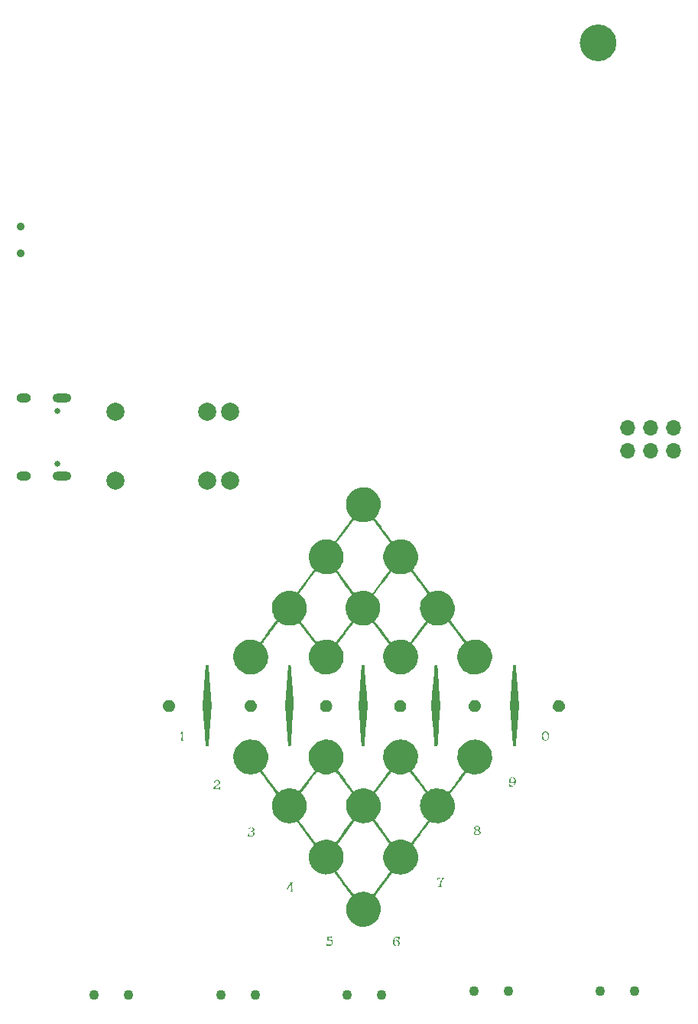
<source format=gbr>
%TF.GenerationSoftware,KiCad,Pcbnew,7.99.0-3134-gf47cc39208*%
%TF.CreationDate,2023-12-05T20:49:35+00:00*%
%TF.ProjectId,hh2024,68683230-3234-42e6-9b69-6361645f7063,rev?*%
%TF.SameCoordinates,Original*%
%TF.FileFunction,Soldermask,Top*%
%TF.FilePolarity,Negative*%
%FSLAX46Y46*%
G04 Gerber Fmt 4.6, Leading zero omitted, Abs format (unit mm)*
G04 Created by KiCad (PCBNEW 7.99.0-3134-gf47cc39208) date 2023-12-05 20:49:35*
%MOMM*%
%LPD*%
G01*
G04 APERTURE LIST*
%ADD10C,2.050000*%
%ADD11C,0.000000*%
%ADD12C,1.100000*%
%ADD13C,2.000000*%
%ADD14O,1.700000X1.700000*%
%ADD15O,2.100000X1.000000*%
%ADD16O,1.600000X1.000000*%
%ADD17C,0.650000*%
%ADD18C,0.900000*%
G04 APERTURE END LIST*
D10*
X159042458Y-46800000D02*
G75*
G02*
X159042458Y-46800000I-1025000J0D01*
G01*
D11*
%TO.C,G\u002A\u002A\u002A*%
G36*
X136212679Y-119497356D02*
G01*
X136340152Y-119526012D01*
X136454371Y-119584097D01*
X136551748Y-119661415D01*
X136653813Y-119771798D01*
X136720419Y-119888182D01*
X136756033Y-120020954D01*
X136765285Y-120157888D01*
X136754605Y-120305538D01*
X136718747Y-120429190D01*
X136652622Y-120542148D01*
X136589374Y-120617907D01*
X136486341Y-120711882D01*
X136375499Y-120774051D01*
X136246117Y-120809052D01*
X136120017Y-120820683D01*
X136026172Y-120822522D01*
X135958604Y-120817942D01*
X135901374Y-120804104D01*
X135838541Y-120778170D01*
X135812844Y-120765983D01*
X135674468Y-120677153D01*
X135558423Y-120558208D01*
X135477121Y-120425285D01*
X135443915Y-120315720D01*
X135430237Y-120185552D01*
X135436072Y-120051767D01*
X135461405Y-119931353D01*
X135477621Y-119889363D01*
X135566534Y-119742067D01*
X135681962Y-119627206D01*
X135821244Y-119546583D01*
X135981723Y-119502003D01*
X136060328Y-119494172D01*
X136212679Y-119497356D01*
G37*
G36*
X123989521Y-115735662D02*
G01*
X123992783Y-115770533D01*
X123998991Y-115844672D01*
X124007914Y-115955095D01*
X124019319Y-116098822D01*
X124032975Y-116272869D01*
X124048651Y-116474254D01*
X124066115Y-116699995D01*
X124085134Y-116947111D01*
X124105479Y-117212618D01*
X124126916Y-117493535D01*
X124149214Y-117786879D01*
X124164207Y-117984737D01*
X124326797Y-120133187D01*
X124163609Y-122285154D01*
X124140805Y-122585277D01*
X124118710Y-122874931D01*
X124097556Y-123151134D01*
X124077574Y-123410909D01*
X124058997Y-123651274D01*
X124042057Y-123869252D01*
X124026986Y-124061863D01*
X124014016Y-124226126D01*
X124003378Y-124359064D01*
X123995305Y-124457696D01*
X123990030Y-124519043D01*
X123988182Y-124537747D01*
X123975943Y-124638372D01*
X123825086Y-124638366D01*
X123674229Y-124638361D01*
X123500210Y-122385690D01*
X123326191Y-120133020D01*
X123500174Y-117884028D01*
X123674157Y-115635036D01*
X123825792Y-115635036D01*
X123977426Y-115635036D01*
X123989521Y-115735662D01*
G37*
G36*
X110612261Y-119495063D02*
G01*
X110668953Y-119507241D01*
X110728745Y-119530385D01*
X110745411Y-119537896D01*
X110885387Y-119618672D01*
X110993391Y-119720869D01*
X111077548Y-119852215D01*
X111079159Y-119855423D01*
X111113076Y-119929250D01*
X111132639Y-119992969D01*
X111141597Y-120064159D01*
X111143704Y-120157888D01*
X111141487Y-120253392D01*
X111132335Y-120324229D01*
X111112497Y-120387980D01*
X111079159Y-120460354D01*
X110992411Y-120596304D01*
X110880415Y-120702150D01*
X110777685Y-120765306D01*
X110692990Y-120794870D01*
X110582781Y-120813927D01*
X110462810Y-120821569D01*
X110348830Y-120816890D01*
X110256595Y-120798982D01*
X110247564Y-120795837D01*
X110127834Y-120736188D01*
X110017279Y-120653942D01*
X109944476Y-120576659D01*
X109865044Y-120439951D01*
X109820072Y-120289054D01*
X109809159Y-120132093D01*
X109831904Y-119977191D01*
X109887906Y-119832470D01*
X109976764Y-119706053D01*
X109988053Y-119694102D01*
X110086355Y-119605500D01*
X110185171Y-119546626D01*
X110297519Y-119511842D01*
X110436418Y-119495505D01*
X110447864Y-119494887D01*
X110543591Y-119491672D01*
X110612261Y-119495063D01*
G37*
G36*
X127985101Y-119495664D02*
G01*
X128078091Y-119508853D01*
X128140224Y-119524308D01*
X128239554Y-119574184D01*
X128341791Y-119652499D01*
X128434639Y-119748144D01*
X128505804Y-119850010D01*
X128510685Y-119859028D01*
X128539045Y-119918213D01*
X128556087Y-119972821D01*
X128564484Y-120037076D01*
X128566910Y-120125199D01*
X128566876Y-120157888D01*
X128564632Y-120257317D01*
X128557126Y-120328872D01*
X128541605Y-120386976D01*
X128515317Y-120446050D01*
X128509828Y-120456748D01*
X128441953Y-120558402D01*
X128350882Y-120655042D01*
X128248986Y-120735465D01*
X128148636Y-120788467D01*
X128140224Y-120791468D01*
X127991601Y-120822854D01*
X127834179Y-120822806D01*
X127683599Y-120792114D01*
X127614513Y-120764933D01*
X127476454Y-120677347D01*
X127360956Y-120559418D01*
X127279366Y-120425285D01*
X127252602Y-120349604D01*
X127238679Y-120262385D01*
X127234982Y-120157888D01*
X127239338Y-120046082D01*
X127254136Y-119960274D01*
X127279366Y-119890491D01*
X127366050Y-119747384D01*
X127481015Y-119632331D01*
X127618632Y-119549011D01*
X127773270Y-119501102D01*
X127891431Y-119490599D01*
X127985101Y-119495664D01*
G37*
G36*
X144485989Y-119495063D02*
G01*
X144542681Y-119507241D01*
X144602473Y-119530385D01*
X144619139Y-119537896D01*
X144758298Y-119618066D01*
X144865746Y-119719539D01*
X144950096Y-119850605D01*
X144955797Y-119861994D01*
X144992885Y-119944732D01*
X145013100Y-120015511D01*
X145021166Y-120095196D01*
X145022139Y-120155013D01*
X145003148Y-120326970D01*
X144947143Y-120479421D01*
X144855578Y-120609983D01*
X144729907Y-120716274D01*
X144652591Y-120760649D01*
X144574891Y-120796042D01*
X144507973Y-120815525D01*
X144432298Y-120823387D01*
X144362630Y-120824265D01*
X144271175Y-120819908D01*
X144184866Y-120809365D01*
X144122126Y-120794900D01*
X144121292Y-120794606D01*
X144052314Y-120763690D01*
X143977235Y-120721124D01*
X143955270Y-120706640D01*
X143841239Y-120603361D01*
X143757637Y-120477129D01*
X143705010Y-120335022D01*
X143683901Y-120184119D01*
X143694854Y-120031497D01*
X143738413Y-119884236D01*
X143815123Y-119749414D01*
X143876262Y-119678457D01*
X143972536Y-119595552D01*
X144072431Y-119540678D01*
X144188498Y-119508663D01*
X144321592Y-119494887D01*
X144417319Y-119491672D01*
X144485989Y-119495063D01*
G37*
G36*
X153766419Y-119495664D02*
G01*
X153859409Y-119508853D01*
X153921542Y-119524308D01*
X154020924Y-119574212D01*
X154123165Y-119652551D01*
X154215955Y-119748197D01*
X154286984Y-119850025D01*
X154291845Y-119859028D01*
X154320266Y-119918726D01*
X154337394Y-119974306D01*
X154345949Y-120040069D01*
X154348654Y-120130314D01*
X154348735Y-120157888D01*
X154347051Y-120256342D01*
X154340187Y-120326797D01*
X154325419Y-120383555D01*
X154300027Y-120440915D01*
X154291845Y-120456748D01*
X154223354Y-120558587D01*
X154132004Y-120655236D01*
X154030107Y-120735570D01*
X153929969Y-120788461D01*
X153921542Y-120791468D01*
X153772919Y-120822854D01*
X153615496Y-120822806D01*
X153464917Y-120792114D01*
X153395830Y-120764933D01*
X153257772Y-120677347D01*
X153142274Y-120559418D01*
X153060684Y-120425285D01*
X153033919Y-120349604D01*
X153019997Y-120262385D01*
X153016300Y-120157888D01*
X153020656Y-120046082D01*
X153035454Y-119960274D01*
X153060684Y-119890491D01*
X153147368Y-119747384D01*
X153262333Y-119632331D01*
X153399949Y-119549011D01*
X153554588Y-119501102D01*
X153672749Y-119490599D01*
X153766419Y-119495664D01*
G37*
G36*
X119688616Y-119497176D02*
G01*
X119750250Y-119512871D01*
X119821600Y-119541812D01*
X119827209Y-119544321D01*
X119964933Y-119627774D01*
X120081174Y-119741463D01*
X120166594Y-119876076D01*
X120172243Y-119888430D01*
X120209388Y-120015756D01*
X120220459Y-120160214D01*
X120205785Y-120305804D01*
X120165697Y-120436524D01*
X120160719Y-120447295D01*
X120072229Y-120584197D01*
X119950624Y-120697840D01*
X119821639Y-120774085D01*
X119712726Y-120808089D01*
X119582433Y-120823548D01*
X119447725Y-120819933D01*
X119325570Y-120796717D01*
X119305484Y-120790154D01*
X119213614Y-120742447D01*
X119116692Y-120667188D01*
X119026843Y-120575557D01*
X118956193Y-120478731D01*
X118943853Y-120456748D01*
X118915431Y-120397051D01*
X118898303Y-120341470D01*
X118889748Y-120275708D01*
X118887044Y-120185463D01*
X118886963Y-120157888D01*
X118888664Y-120059276D01*
X118895553Y-119988777D01*
X118910304Y-119932211D01*
X118935591Y-119875399D01*
X118942914Y-119861308D01*
X119038645Y-119716829D01*
X119154612Y-119609244D01*
X119292845Y-119537272D01*
X119455374Y-119499635D01*
X119525386Y-119494003D01*
X119619421Y-119491847D01*
X119688616Y-119497176D01*
G37*
G36*
X112033445Y-123439192D02*
G01*
X112033502Y-123597196D01*
X112034474Y-123717862D01*
X112037563Y-123806216D01*
X112043970Y-123867287D01*
X112054896Y-123906104D01*
X112071544Y-123927694D01*
X112095114Y-123937086D01*
X112126808Y-123939308D01*
X112152942Y-123939290D01*
X112188075Y-123945409D01*
X112193990Y-123957784D01*
X112169879Y-123965406D01*
X112115323Y-123970841D01*
X112040828Y-123974083D01*
X111956900Y-123975130D01*
X111874045Y-123973978D01*
X111802770Y-123970624D01*
X111753581Y-123965062D01*
X111736865Y-123957949D01*
X111755317Y-123943285D01*
X111800512Y-123929367D01*
X111808240Y-123927819D01*
X111879616Y-123914429D01*
X111890086Y-123519061D01*
X111892901Y-123394040D01*
X111894432Y-123284144D01*
X111894662Y-123196168D01*
X111893572Y-123136909D01*
X111891147Y-123113161D01*
X111891129Y-123113140D01*
X111873727Y-123120582D01*
X111844416Y-123153026D01*
X111842562Y-123155508D01*
X111791962Y-123223534D01*
X111760246Y-123263185D01*
X111740986Y-123280068D01*
X111727755Y-123279784D01*
X111714125Y-123267940D01*
X111713886Y-123267704D01*
X111711364Y-123238226D01*
X111734276Y-123190213D01*
X111775347Y-123132064D01*
X111827303Y-123072177D01*
X111882868Y-123018947D01*
X111934770Y-122980773D01*
X111975188Y-122966060D01*
X112033445Y-122964811D01*
X112033445Y-123439192D01*
G37*
G36*
X152315745Y-122966998D02*
G01*
X152413434Y-123025970D01*
X152497225Y-123124471D01*
X152529273Y-123180601D01*
X152569141Y-123295313D01*
X152587023Y-123428326D01*
X152582412Y-123563064D01*
X152554802Y-123682948D01*
X152545331Y-123706262D01*
X152483267Y-123804563D01*
X152394600Y-123894846D01*
X152294550Y-123962327D01*
X152269986Y-123973716D01*
X152213413Y-123994506D01*
X152167927Y-123999690D01*
X152115156Y-123989032D01*
X152061218Y-123971021D01*
X151967086Y-123918476D01*
X151885501Y-123837947D01*
X151829340Y-123743135D01*
X151819265Y-123713558D01*
X151808558Y-123653416D01*
X151800556Y-123567402D01*
X151796687Y-123471993D01*
X151796532Y-123451243D01*
X151802068Y-123373846D01*
X151926442Y-123373846D01*
X151929405Y-123474969D01*
X151950870Y-123625675D01*
X151994252Y-123743103D01*
X152062097Y-123831657D01*
X152156951Y-123895743D01*
X152178362Y-123905571D01*
X152266515Y-123926145D01*
X152341914Y-123906418D01*
X152361934Y-123892698D01*
X152391995Y-123849402D01*
X152419955Y-123775369D01*
X152442825Y-123682221D01*
X152457616Y-123581580D01*
X152461622Y-123505011D01*
X152449806Y-123372549D01*
X152416575Y-123256177D01*
X152365995Y-123159882D01*
X152302126Y-123087652D01*
X152229033Y-123043474D01*
X152150778Y-123031334D01*
X152071424Y-123055221D01*
X152031467Y-123082871D01*
X151973838Y-123152727D01*
X151939212Y-123248251D01*
X151926442Y-123373846D01*
X151802068Y-123373846D01*
X151807401Y-123299289D01*
X151841363Y-123179662D01*
X151900121Y-123088116D01*
X151963961Y-123033672D01*
X152088540Y-122970208D01*
X152206624Y-122948197D01*
X152315745Y-122966998D01*
G37*
G36*
X132062260Y-115636269D02*
G01*
X132109433Y-115641383D01*
X132131578Y-115652499D01*
X132137350Y-115671738D01*
X132137365Y-115673270D01*
X132138952Y-115699238D01*
X132143573Y-115764622D01*
X132151014Y-115866594D01*
X132161063Y-116002327D01*
X132173507Y-116168993D01*
X132188133Y-116363764D01*
X132204728Y-116583812D01*
X132223080Y-116826309D01*
X132242976Y-117088428D01*
X132264203Y-117367341D01*
X132286548Y-117660219D01*
X132306626Y-117922804D01*
X132475887Y-120134103D01*
X132306626Y-122347943D01*
X132283498Y-122650804D01*
X132261303Y-122942149D01*
X132240253Y-123219151D01*
X132220561Y-123478984D01*
X132202439Y-123718822D01*
X132186099Y-123935838D01*
X132171755Y-124127207D01*
X132159618Y-124290101D01*
X132149901Y-124421695D01*
X132142815Y-124519162D01*
X132138575Y-124579676D01*
X132137365Y-124600077D01*
X132132356Y-124619928D01*
X132111558Y-124631509D01*
X132066314Y-124636947D01*
X131987967Y-124638368D01*
X131981408Y-124638372D01*
X131825451Y-124638372D01*
X131812760Y-124505970D01*
X131809376Y-124466453D01*
X131803008Y-124387753D01*
X131793893Y-124272934D01*
X131782269Y-124125061D01*
X131768375Y-123947196D01*
X131752449Y-123742404D01*
X131734727Y-123513748D01*
X131715450Y-123264292D01*
X131694854Y-122997100D01*
X131673177Y-122715234D01*
X131650658Y-122421759D01*
X131637867Y-122254786D01*
X131475666Y-120136005D01*
X131637881Y-118017922D01*
X131660771Y-117719370D01*
X131682950Y-117430724D01*
X131704180Y-117155049D01*
X131724223Y-116895408D01*
X131742841Y-116654867D01*
X131759796Y-116436489D01*
X131774849Y-116243339D01*
X131787762Y-116078481D01*
X131798298Y-115944979D01*
X131806218Y-115845897D01*
X131811283Y-115784300D01*
X131812774Y-115767438D01*
X131825451Y-115635036D01*
X131981408Y-115635036D01*
X132062260Y-115636269D01*
G37*
G36*
X140237080Y-115756846D02*
G01*
X140240456Y-115794807D01*
X140246791Y-115871981D01*
X140255848Y-115985329D01*
X140267393Y-116131816D01*
X140281189Y-116308406D01*
X140297002Y-116512062D01*
X140314596Y-116739747D01*
X140333736Y-116988426D01*
X140354185Y-117255061D01*
X140375710Y-117536616D01*
X140398074Y-117830056D01*
X140411533Y-118007085D01*
X140573209Y-120135515D01*
X140411461Y-122265134D01*
X140388710Y-122564231D01*
X140366661Y-122853231D01*
X140345549Y-123129098D01*
X140325611Y-123388797D01*
X140307080Y-123629293D01*
X140290192Y-123847550D01*
X140275182Y-124040532D01*
X140262285Y-124205204D01*
X140251738Y-124338531D01*
X140243774Y-124437477D01*
X140238629Y-124499007D01*
X140237007Y-124516562D01*
X140224303Y-124638372D01*
X140068157Y-124638372D01*
X139988185Y-124637663D01*
X139941582Y-124633530D01*
X139919350Y-124622968D01*
X139912491Y-124602969D01*
X139912010Y-124586192D01*
X139910407Y-124558265D01*
X139905742Y-124490956D01*
X139898230Y-124387126D01*
X139888086Y-124249636D01*
X139875528Y-124081345D01*
X139860770Y-123885114D01*
X139844027Y-123663803D01*
X139825517Y-123420273D01*
X139805453Y-123157383D01*
X139784053Y-122877994D01*
X139761532Y-122584966D01*
X139742342Y-122336048D01*
X139572674Y-120138084D01*
X139742412Y-117934224D01*
X139765667Y-117631832D01*
X139787979Y-117340803D01*
X139809134Y-117063986D01*
X139828917Y-116804229D01*
X139847114Y-116564381D01*
X139863509Y-116347291D01*
X139877889Y-116155807D01*
X139890038Y-115992777D01*
X139899742Y-115861051D01*
X139906786Y-115763478D01*
X139910956Y-115702904D01*
X139912080Y-115682701D01*
X139914801Y-115658256D01*
X139929024Y-115644007D01*
X139963706Y-115637218D01*
X140027804Y-115635153D01*
X140068157Y-115635036D01*
X140224303Y-115635036D01*
X140237080Y-115756846D01*
G37*
G36*
X148840242Y-115636269D02*
G01*
X148887414Y-115641383D01*
X148909560Y-115652499D01*
X148915332Y-115671738D01*
X148915347Y-115673270D01*
X148916934Y-115699238D01*
X148921555Y-115764622D01*
X148928996Y-115866594D01*
X148939045Y-116002327D01*
X148951489Y-116168993D01*
X148966115Y-116363764D01*
X148982710Y-116583812D01*
X149001062Y-116826309D01*
X149020958Y-117088428D01*
X149042184Y-117367341D01*
X149064529Y-117660219D01*
X149084608Y-117922804D01*
X149253869Y-120134103D01*
X149084608Y-122347943D01*
X149061480Y-122650804D01*
X149039284Y-122942149D01*
X149018235Y-123219151D01*
X148998542Y-123478984D01*
X148980420Y-123718822D01*
X148964081Y-123935838D01*
X148949737Y-124127207D01*
X148937599Y-124290101D01*
X148927882Y-124421695D01*
X148920797Y-124519162D01*
X148916557Y-124579676D01*
X148915347Y-124600077D01*
X148910338Y-124619928D01*
X148889540Y-124631509D01*
X148844296Y-124636947D01*
X148765949Y-124638368D01*
X148759390Y-124638372D01*
X148603433Y-124638372D01*
X148590742Y-124505970D01*
X148587358Y-124466453D01*
X148580990Y-124387753D01*
X148571875Y-124272934D01*
X148560251Y-124125061D01*
X148546357Y-123947196D01*
X148530430Y-123742404D01*
X148512709Y-123513748D01*
X148493431Y-123264292D01*
X148472835Y-122997100D01*
X148451159Y-122715234D01*
X148428639Y-122421759D01*
X148415849Y-122254786D01*
X148253647Y-120136005D01*
X148415863Y-118017922D01*
X148438753Y-117719370D01*
X148460932Y-117430724D01*
X148482162Y-117155049D01*
X148502205Y-116895408D01*
X148520823Y-116654867D01*
X148537777Y-116436489D01*
X148552830Y-116243339D01*
X148565744Y-116078481D01*
X148576279Y-115944979D01*
X148584199Y-115845897D01*
X148589265Y-115784300D01*
X148590755Y-115767438D01*
X148603433Y-115635036D01*
X148759390Y-115635036D01*
X148840242Y-115636269D01*
G37*
G36*
X114881334Y-115724170D02*
G01*
X114884980Y-115760654D01*
X114891496Y-115835735D01*
X114900612Y-115945892D01*
X114912059Y-116087605D01*
X114925570Y-116257352D01*
X114940876Y-116451614D01*
X114957707Y-116666870D01*
X114975796Y-116899598D01*
X114994875Y-117146278D01*
X115014673Y-117403390D01*
X115034924Y-117667412D01*
X115055357Y-117934824D01*
X115075706Y-118202106D01*
X115095701Y-118465736D01*
X115115073Y-118722194D01*
X115133555Y-118967959D01*
X115150877Y-119199511D01*
X115166771Y-119413328D01*
X115180969Y-119605891D01*
X115193201Y-119773677D01*
X115203200Y-119913168D01*
X115210697Y-120020841D01*
X115215423Y-120093176D01*
X115217104Y-120126112D01*
X115215675Y-120158975D01*
X115211212Y-120230589D01*
X115203980Y-120337464D01*
X115194243Y-120476112D01*
X115182267Y-120643042D01*
X115168316Y-120834766D01*
X115152655Y-121047794D01*
X115135549Y-121278637D01*
X115117263Y-121523806D01*
X115098063Y-121779812D01*
X115078212Y-122043164D01*
X115057975Y-122310375D01*
X115037618Y-122577954D01*
X115017406Y-122842412D01*
X114997602Y-123100261D01*
X114978473Y-123348010D01*
X114960282Y-123582170D01*
X114943296Y-123799253D01*
X114927778Y-123995769D01*
X114913994Y-124168228D01*
X114902208Y-124313142D01*
X114892686Y-124427020D01*
X114885692Y-124506375D01*
X114881491Y-124547716D01*
X114881410Y-124548339D01*
X114869548Y-124638372D01*
X114722959Y-124638372D01*
X114645321Y-124637218D01*
X114600145Y-124631746D01*
X114577543Y-124618946D01*
X114567629Y-124595804D01*
X114566512Y-124590707D01*
X114563595Y-124563443D01*
X114557727Y-124496764D01*
X114549132Y-124393507D01*
X114538031Y-124256506D01*
X114524648Y-124088598D01*
X114509204Y-123892617D01*
X114491922Y-123671399D01*
X114473025Y-123427780D01*
X114452735Y-123164595D01*
X114431275Y-122884680D01*
X114408868Y-122590869D01*
X114388209Y-122318689D01*
X114219766Y-120094335D01*
X114392617Y-117869982D01*
X114565468Y-115645628D01*
X114717373Y-115639433D01*
X114869278Y-115633238D01*
X114881334Y-115724170D01*
G37*
G36*
X140309427Y-139061253D02*
G01*
X140314513Y-139083812D01*
X140318373Y-139108222D01*
X140333853Y-139125791D01*
X140366805Y-139137617D01*
X140423078Y-139144795D01*
X140508522Y-139148422D01*
X140628987Y-139149594D01*
X140665786Y-139149631D01*
X140784040Y-139150432D01*
X140865769Y-139153236D01*
X140916797Y-139158649D01*
X140942944Y-139167277D01*
X140950042Y-139179182D01*
X140938279Y-139208308D01*
X140906677Y-139262293D01*
X140860771Y-139332066D01*
X140830530Y-139375137D01*
X140751214Y-139488734D01*
X140694483Y-139579404D01*
X140655799Y-139656770D01*
X140630625Y-139730454D01*
X140614420Y-139810076D01*
X140609759Y-139843203D01*
X140596473Y-139950763D01*
X140590606Y-140023691D01*
X140593898Y-140069345D01*
X140608090Y-140095079D01*
X140634920Y-140108250D01*
X140674261Y-140115914D01*
X140724400Y-140127701D01*
X140748683Y-140141028D01*
X140748818Y-140145251D01*
X140725245Y-140151942D01*
X140671080Y-140156611D01*
X140596854Y-140159284D01*
X140513100Y-140159984D01*
X140430350Y-140158738D01*
X140359137Y-140155571D01*
X140309994Y-140150507D01*
X140293328Y-140144167D01*
X140311767Y-140130432D01*
X140356916Y-140116983D01*
X140364497Y-140115474D01*
X140404060Y-140105898D01*
X140426717Y-140088692D01*
X140439050Y-140052878D01*
X140447640Y-139987479D01*
X140449003Y-139974532D01*
X140469547Y-139871852D01*
X140512624Y-139749410D01*
X140579922Y-139603095D01*
X140673133Y-139428792D01*
X140673921Y-139427392D01*
X140708832Y-139355108D01*
X140732176Y-139287067D01*
X140738199Y-139249513D01*
X140738199Y-139185783D01*
X140578684Y-139199267D01*
X140458731Y-139214188D01*
X140374701Y-139237527D01*
X140320447Y-139272642D01*
X140289828Y-139322888D01*
X140280132Y-139362396D01*
X140263485Y-139428025D01*
X140241298Y-139463111D01*
X140217307Y-139461924D01*
X140216019Y-139460701D01*
X140213812Y-139436312D01*
X140216798Y-139379650D01*
X140224314Y-139300405D01*
X140230636Y-139246737D01*
X140245657Y-139143774D01*
X140260410Y-139078907D01*
X140276042Y-139047885D01*
X140285352Y-139043710D01*
X140309427Y-139061253D01*
G37*
G36*
X119726216Y-133554730D02*
G01*
X119732306Y-133556096D01*
X119837872Y-133595940D01*
X119907990Y-133655364D01*
X119941121Y-133729511D01*
X119935725Y-133813529D01*
X119890261Y-133902563D01*
X119855359Y-133943982D01*
X119799402Y-134002637D01*
X119876334Y-134066051D01*
X119951194Y-134149249D01*
X119986780Y-134241133D01*
X119981651Y-134337623D01*
X119977387Y-134351921D01*
X119921708Y-134461472D01*
X119836945Y-134540231D01*
X119739103Y-134584062D01*
X119659736Y-134605389D01*
X119602654Y-134612717D01*
X119550449Y-134606873D01*
X119506511Y-134595093D01*
X119449185Y-134571916D01*
X119384497Y-134537933D01*
X119375792Y-134532674D01*
X119303033Y-134487706D01*
X119270061Y-134534780D01*
X119240135Y-134568664D01*
X119225484Y-134563202D01*
X119226129Y-134518581D01*
X119242092Y-134434981D01*
X119252666Y-134391090D01*
X119276852Y-134308071D01*
X119300699Y-134248468D01*
X119321387Y-134216548D01*
X119336101Y-134216583D01*
X119342021Y-134252840D01*
X119342035Y-134255681D01*
X119359892Y-134329978D01*
X119406526Y-134408292D01*
X119471537Y-134478517D01*
X119544521Y-134528543D01*
X119589950Y-134544245D01*
X119671144Y-134544670D01*
X119745016Y-134519706D01*
X119797670Y-134475141D01*
X119809873Y-134452617D01*
X119821470Y-134400918D01*
X119828405Y-134329081D01*
X119829275Y-134295413D01*
X119824639Y-134223171D01*
X119806041Y-134173313D01*
X119768909Y-134128876D01*
X119708324Y-134084618D01*
X119639583Y-134055839D01*
X119631211Y-134054003D01*
X119573218Y-134035826D01*
X119555582Y-134013857D01*
X119577139Y-133992725D01*
X119636723Y-133977058D01*
X119651050Y-133975215D01*
X119726205Y-133962123D01*
X119769677Y-133937094D01*
X119792134Y-133889525D01*
X119802534Y-133824629D01*
X119805975Y-133760343D01*
X119793294Y-133716641D01*
X119757545Y-133672746D01*
X119748808Y-133663904D01*
X119678597Y-133614946D01*
X119604513Y-133597214D01*
X119536288Y-133609325D01*
X119483655Y-133649899D01*
X119458588Y-133705085D01*
X119446993Y-133751511D01*
X119430987Y-133765493D01*
X119395957Y-133753860D01*
X119374809Y-133744229D01*
X119332395Y-133720168D01*
X119325955Y-133695994D01*
X119354778Y-133660836D01*
X119368516Y-133648048D01*
X119475047Y-133578375D01*
X119596599Y-133546683D01*
X119726216Y-133554730D01*
G37*
G36*
X144716704Y-133378971D02*
G01*
X144809605Y-133406472D01*
X144885030Y-133462715D01*
X144943461Y-133544476D01*
X144959899Y-133631123D01*
X144934345Y-133722939D01*
X144887430Y-133795609D01*
X144824270Y-133875365D01*
X144889835Y-133930535D01*
X144964848Y-134011504D01*
X145004422Y-134095827D01*
X145006388Y-134173370D01*
X144973657Y-134249221D01*
X144915454Y-134324722D01*
X144845356Y-134383084D01*
X144829545Y-134392029D01*
X144749017Y-134418657D01*
X144646437Y-134432740D01*
X144540692Y-134432647D01*
X144472936Y-134422825D01*
X144384238Y-134384419D01*
X144314237Y-134320028D01*
X144269787Y-134239488D01*
X144257739Y-134152634D01*
X144260459Y-134135688D01*
X144392824Y-134135688D01*
X144397212Y-134214088D01*
X144438009Y-134285099D01*
X144509324Y-134338919D01*
X144517187Y-134342652D01*
X144622648Y-134377566D01*
X144707849Y-134376544D01*
X144775138Y-134339483D01*
X144783755Y-134330890D01*
X144825636Y-134258748D01*
X144843086Y-134172193D01*
X144846897Y-134109271D01*
X144838794Y-134066400D01*
X144812133Y-134026562D01*
X144768390Y-133980843D01*
X144711917Y-133929695D01*
X144664875Y-133904141D01*
X144610941Y-133896128D01*
X144596238Y-133895920D01*
X144510758Y-133909707D01*
X144467178Y-133937750D01*
X144443082Y-133966275D01*
X144425353Y-134002190D01*
X144409569Y-134057271D01*
X144392824Y-134135688D01*
X144260459Y-134135688D01*
X144262788Y-134121174D01*
X144281556Y-134076413D01*
X144316715Y-134013735D01*
X144347206Y-133966605D01*
X144419039Y-133862178D01*
X144358102Y-133793978D01*
X144308308Y-133713192D01*
X144295992Y-133630879D01*
X144301553Y-133609807D01*
X144448038Y-133609807D01*
X144459242Y-133701260D01*
X144490750Y-133757130D01*
X144557834Y-133818543D01*
X144632557Y-133848855D01*
X144705187Y-133846083D01*
X144762038Y-133812364D01*
X144799554Y-133751249D01*
X144820961Y-133669294D01*
X144821722Y-133586420D01*
X144817944Y-133567045D01*
X144784402Y-133511332D01*
X144721448Y-133465093D01*
X144642000Y-133436010D01*
X144587368Y-133429944D01*
X144531672Y-133434638D01*
X144499923Y-133456805D01*
X144476151Y-133503330D01*
X144448038Y-133609807D01*
X144301553Y-133609807D01*
X144316781Y-133552101D01*
X144366300Y-133481919D01*
X144440175Y-133425398D01*
X144534031Y-133387598D01*
X144643495Y-133373583D01*
X144716704Y-133378971D01*
G37*
G36*
X115927354Y-128312280D02*
G01*
X116025546Y-128346482D01*
X116094671Y-128411107D01*
X116133897Y-128505452D01*
X116143203Y-128598286D01*
X116139969Y-128664068D01*
X116125296Y-128712526D01*
X116091730Y-128761118D01*
X116056916Y-128800319D01*
X115991063Y-128859711D01*
X115905968Y-128920661D01*
X115831677Y-128963753D01*
X115738107Y-129016221D01*
X115677244Y-129066525D01*
X115640962Y-129123803D01*
X115621136Y-129197196D01*
X115620451Y-129201327D01*
X115608060Y-129277686D01*
X115711453Y-129265351D01*
X115847961Y-129246966D01*
X115955836Y-129228061D01*
X116030536Y-129209567D01*
X116067521Y-129192417D01*
X116067704Y-129192237D01*
X116086002Y-129159123D01*
X116105439Y-129102624D01*
X116111053Y-129081286D01*
X116136397Y-129013412D01*
X116170681Y-128984946D01*
X116172775Y-128984494D01*
X116201149Y-128985926D01*
X116198124Y-129013107D01*
X116196935Y-129016082D01*
X116186339Y-129053642D01*
X116171409Y-129121267D01*
X116154653Y-129207211D01*
X116146743Y-129251258D01*
X116128258Y-129344439D01*
X116110754Y-129410238D01*
X116095804Y-129445280D01*
X116084981Y-129446190D01*
X116079857Y-129409594D01*
X116079650Y-129395212D01*
X116071774Y-129364057D01*
X116045029Y-129342007D01*
X115994736Y-129328323D01*
X115916217Y-129322266D01*
X115804796Y-129323095D01*
X115664465Y-129329574D01*
X115551282Y-129335857D01*
X115474563Y-129337593D01*
X115428439Y-129331907D01*
X115407038Y-129315925D01*
X115404489Y-129286772D01*
X115414923Y-129241574D01*
X115423328Y-129211504D01*
X115460229Y-129130805D01*
X115526393Y-129057932D01*
X115626844Y-128988113D01*
X115700355Y-128948362D01*
X115824549Y-128879291D01*
X115912433Y-128814197D01*
X115969210Y-128748581D01*
X115995597Y-128693095D01*
X116011572Y-128589596D01*
X115990721Y-128499380D01*
X115936864Y-128428711D01*
X115853822Y-128383852D01*
X115800223Y-128372787D01*
X115720449Y-128376269D01*
X115665472Y-128410043D01*
X115631736Y-128477533D01*
X115618767Y-128547441D01*
X115603164Y-128620816D01*
X115572788Y-128666211D01*
X115556631Y-128678556D01*
X115510481Y-128698140D01*
X115479085Y-128682601D01*
X115457740Y-128628799D01*
X115453576Y-128609770D01*
X115454597Y-128546612D01*
X115487030Y-128478825D01*
X115490323Y-128473879D01*
X115569173Y-128389027D01*
X115672470Y-128334838D01*
X115800926Y-128309202D01*
X115927354Y-128312280D01*
G37*
G36*
X124273789Y-139670289D02*
G01*
X124274648Y-139687238D01*
X124236800Y-139709893D01*
X124214429Y-139718434D01*
X124150876Y-139740588D01*
X124150876Y-140080640D01*
X124150876Y-140420691D01*
X124223771Y-140420691D01*
X124282276Y-140426631D01*
X124306978Y-140440362D01*
X124295551Y-140455751D01*
X124245670Y-140466667D01*
X124241353Y-140467050D01*
X124188484Y-140475008D01*
X124164302Y-140495274D01*
X124155126Y-140540234D01*
X124154601Y-140545575D01*
X124159651Y-140609586D01*
X124193230Y-140643845D01*
X124252752Y-140653394D01*
X124285855Y-140660217D01*
X124290110Y-140672418D01*
X124265739Y-140680552D01*
X124211997Y-140685872D01*
X124140203Y-140688453D01*
X124061679Y-140688370D01*
X123987744Y-140685696D01*
X123929719Y-140680507D01*
X123898922Y-140672878D01*
X123896664Y-140669821D01*
X123914975Y-140654222D01*
X123959244Y-140640152D01*
X123961325Y-140639727D01*
X124004049Y-140626929D01*
X124020255Y-140602290D01*
X124019639Y-140550913D01*
X124019582Y-140550223D01*
X124013178Y-140473651D01*
X123780151Y-140472324D01*
X123547123Y-140470997D01*
X123552249Y-140388887D01*
X123555407Y-140367049D01*
X123727190Y-140367049D01*
X123729312Y-140395145D01*
X123741855Y-140411185D01*
X123774086Y-140418545D01*
X123835271Y-140420598D01*
X123874464Y-140420691D01*
X124021738Y-140420691D01*
X124019418Y-140145295D01*
X124017384Y-140042845D01*
X124013464Y-139957677D01*
X124008187Y-139897656D01*
X124002082Y-139870649D01*
X124000877Y-139869898D01*
X123981301Y-139886732D01*
X123946540Y-139931166D01*
X123902582Y-139994104D01*
X123855415Y-140066447D01*
X123811025Y-140139096D01*
X123775401Y-140202953D01*
X123758809Y-140237733D01*
X123737548Y-140302642D01*
X123727345Y-140361356D01*
X123727190Y-140367049D01*
X123555407Y-140367049D01*
X123559013Y-140342107D01*
X123575782Y-140293934D01*
X123606265Y-140238604D01*
X123654167Y-140170353D01*
X123723196Y-140083417D01*
X123817057Y-139972032D01*
X123830152Y-139956765D01*
X123894519Y-139879468D01*
X123945965Y-139813146D01*
X123979543Y-139764517D01*
X123990305Y-139740301D01*
X123990037Y-139739626D01*
X123961916Y-139724377D01*
X123939033Y-139721608D01*
X123899001Y-139711590D01*
X123886072Y-139700424D01*
X123895881Y-139686715D01*
X123941303Y-139679638D01*
X123964263Y-139679055D01*
X124042461Y-139676194D01*
X124132576Y-139669200D01*
X124166764Y-139665512D01*
X124236927Y-139662047D01*
X124273789Y-139670289D01*
G37*
G36*
X136047771Y-145667247D02*
G01*
X136044761Y-145703061D01*
X136035436Y-145747527D01*
X136022197Y-145819600D01*
X136007646Y-145905019D01*
X136005171Y-145920200D01*
X135991608Y-146001329D01*
X135982323Y-146044886D01*
X135975199Y-146055184D01*
X135968120Y-146036533D01*
X135961986Y-146008204D01*
X135925838Y-145926424D01*
X135858071Y-145853009D01*
X135769400Y-145798134D01*
X135723390Y-145781597D01*
X135646070Y-145763599D01*
X135595172Y-145763119D01*
X135557971Y-145781479D01*
X135538081Y-145800809D01*
X135519770Y-145832151D01*
X135496373Y-145886666D01*
X135471674Y-145953180D01*
X135449455Y-146020518D01*
X135433498Y-146077506D01*
X135427587Y-146112970D01*
X135430281Y-146119273D01*
X135452141Y-146111916D01*
X135498184Y-146093633D01*
X135512996Y-146087496D01*
X135623928Y-146060085D01*
X135739349Y-146063670D01*
X135848227Y-146095357D01*
X135939533Y-146152247D01*
X135992112Y-146213310D01*
X136028123Y-146309096D01*
X136030857Y-146414974D01*
X136003213Y-146518988D01*
X135948093Y-146609179D01*
X135882352Y-146665711D01*
X135782086Y-146706330D01*
X135665652Y-146722770D01*
X135552951Y-146713035D01*
X135516264Y-146702429D01*
X135426524Y-146654397D01*
X135360214Y-146580481D01*
X135311703Y-146473901D01*
X135302881Y-146445467D01*
X135293724Y-146390632D01*
X135460245Y-146390632D01*
X135471688Y-146499058D01*
X135512856Y-146578968D01*
X135585637Y-146633786D01*
X135597304Y-146639154D01*
X135691282Y-146667030D01*
X135765010Y-146659075D01*
X135820825Y-146615613D01*
X135857375Y-146544016D01*
X135879200Y-146450587D01*
X135882794Y-146354351D01*
X135876811Y-146311817D01*
X135852154Y-146253928D01*
X135809460Y-146193976D01*
X135798924Y-146182757D01*
X135743019Y-146138173D01*
X135682250Y-146120842D01*
X135645024Y-146119273D01*
X135568257Y-146129541D01*
X135514636Y-146163543D01*
X135480895Y-146226075D01*
X135463768Y-146321936D01*
X135460245Y-146390632D01*
X135293724Y-146390632D01*
X135279843Y-146307506D01*
X135285996Y-146165199D01*
X135318323Y-146027183D01*
X135373808Y-145902092D01*
X135449436Y-145798563D01*
X135542191Y-145725232D01*
X135557094Y-145717516D01*
X135624631Y-145690861D01*
X135687197Y-145675715D01*
X135704071Y-145674402D01*
X135775920Y-145688131D01*
X135858041Y-145723657D01*
X135931082Y-145772488D01*
X135934654Y-145775569D01*
X135962475Y-145795955D01*
X135971172Y-145783025D01*
X135971727Y-145764155D01*
X135981356Y-145697396D01*
X136007518Y-145659148D01*
X136027358Y-145653218D01*
X136047771Y-145667247D01*
G37*
G36*
X148620221Y-128039392D02*
G01*
X148707305Y-128065088D01*
X148742996Y-128085031D01*
X148817848Y-128164948D01*
X148868406Y-128275344D01*
X148892366Y-128410484D01*
X148894044Y-128461335D01*
X148888739Y-128586989D01*
X148869905Y-128688786D01*
X148832822Y-128784314D01*
X148783331Y-128873880D01*
X148711373Y-128965590D01*
X148625344Y-129032285D01*
X148533673Y-129069675D01*
X148444787Y-129073470D01*
X148409998Y-129063891D01*
X148356388Y-129037241D01*
X148301685Y-129002829D01*
X148252059Y-128975592D01*
X148224787Y-128982863D01*
X148216268Y-129025665D01*
X148216264Y-129027057D01*
X148199664Y-129060146D01*
X148178550Y-129065895D01*
X148160390Y-129063255D01*
X148151771Y-129049745D01*
X148152417Y-129016976D01*
X148162053Y-128956561D01*
X148173042Y-128898312D01*
X148189719Y-128822163D01*
X148205806Y-128766731D01*
X148218512Y-128741126D01*
X148221348Y-128740680D01*
X148235231Y-128767793D01*
X148237448Y-128788056D01*
X148256614Y-128837332D01*
X148307954Y-128888908D01*
X148382229Y-128936132D01*
X148470203Y-128972350D01*
X148507034Y-128982236D01*
X148580751Y-128983048D01*
X148641599Y-128947974D01*
X148691052Y-128875317D01*
X148730584Y-128763377D01*
X148743361Y-128709961D01*
X148752340Y-128657128D01*
X148752414Y-128628292D01*
X148749163Y-128626341D01*
X148650853Y-128673211D01*
X148568655Y-128695595D01*
X148487031Y-128697176D01*
X148462112Y-128694385D01*
X148340227Y-128670057D01*
X148253108Y-128631340D01*
X148194086Y-128572691D01*
X148156493Y-128488567D01*
X148142385Y-128428641D01*
X148143981Y-128342329D01*
X148303444Y-128342329D01*
X148309018Y-128434193D01*
X148328509Y-128512588D01*
X148355946Y-128558278D01*
X148406946Y-128590165D01*
X148478675Y-128613794D01*
X148553406Y-128625300D01*
X148613410Y-128620820D01*
X148624062Y-128616734D01*
X148662314Y-128586039D01*
X148697521Y-128542817D01*
X148724494Y-128470995D01*
X148734571Y-128366955D01*
X148734594Y-128363951D01*
X148732428Y-128290086D01*
X148720889Y-128241385D01*
X148693954Y-128200774D01*
X148666956Y-128172246D01*
X148618910Y-128130336D01*
X148571979Y-128109824D01*
X148506813Y-128103263D01*
X148486890Y-128102941D01*
X148420563Y-128104313D01*
X148381972Y-128114599D01*
X148356521Y-128140924D01*
X148336929Y-128176154D01*
X148312507Y-128251485D01*
X148303444Y-128342329D01*
X148143981Y-128342329D01*
X148144173Y-128331974D01*
X148179417Y-128234191D01*
X148240798Y-128145681D01*
X148320996Y-128076833D01*
X148412692Y-128038037D01*
X148418386Y-128036894D01*
X148518344Y-128029168D01*
X148620221Y-128039392D01*
G37*
G36*
X128551831Y-145600872D02*
G01*
X128549383Y-145637330D01*
X128541517Y-145687558D01*
X128536846Y-145757493D01*
X128536320Y-145785620D01*
X128531229Y-145847470D01*
X128519309Y-145881116D01*
X128504945Y-145882488D01*
X128492524Y-145847515D01*
X128489773Y-145828826D01*
X128475081Y-145787263D01*
X128438183Y-145760475D01*
X128372368Y-145745632D01*
X128279294Y-145740067D01*
X128219429Y-145740455D01*
X128188996Y-145751024D01*
X128175075Y-145780778D01*
X128168310Y-145817396D01*
X128159214Y-145888834D01*
X128154978Y-145954280D01*
X128154946Y-145957742D01*
X128157890Y-145998212D01*
X128175591Y-146010256D01*
X128220693Y-146001874D01*
X128223562Y-146001147D01*
X128319961Y-145986404D01*
X128418502Y-145987297D01*
X128503446Y-146002816D01*
X128546392Y-146021844D01*
X128597635Y-146070025D01*
X128627830Y-146137654D01*
X128639351Y-146232333D01*
X128637814Y-146314518D01*
X128630840Y-146396564D01*
X128617559Y-146451183D01*
X128592958Y-146493295D01*
X128568340Y-146521218D01*
X128499273Y-146578842D01*
X128412793Y-146631031D01*
X128323593Y-146670432D01*
X128246366Y-146689696D01*
X128229994Y-146690499D01*
X128163293Y-146679587D01*
X128112344Y-146659473D01*
X128054994Y-146633140D01*
X128019062Y-146637600D01*
X127994320Y-146675475D01*
X127988413Y-146691249D01*
X127966128Y-146735345D01*
X127942634Y-146754759D01*
X127941705Y-146754802D01*
X127926274Y-146739561D01*
X127928788Y-146724481D01*
X127935754Y-146690362D01*
X127944173Y-146625901D01*
X127952561Y-146543022D01*
X127955152Y-146512638D01*
X127965069Y-146417072D01*
X127976797Y-146358951D01*
X127991517Y-146333353D01*
X127998744Y-146331116D01*
X128020593Y-146350627D01*
X128027607Y-146402825D01*
X128038239Y-146460199D01*
X128074297Y-146504372D01*
X128142026Y-146540815D01*
X128212582Y-146564944D01*
X128313181Y-146579927D01*
X128392223Y-146558688D01*
X128449062Y-146501851D01*
X128483049Y-146410044D01*
X128493583Y-146293081D01*
X128491154Y-146214857D01*
X128480917Y-146164174D01*
X128458614Y-146126354D01*
X128439091Y-146105144D01*
X128395023Y-146069317D01*
X128349571Y-146058899D01*
X128301393Y-146063739D01*
X128220797Y-146076514D01*
X128139835Y-146089361D01*
X128136651Y-146089867D01*
X128083424Y-146095855D01*
X128057530Y-146085507D01*
X128044696Y-146050499D01*
X128041321Y-146034258D01*
X128034168Y-145976965D01*
X128029206Y-145896085D01*
X128027607Y-145820044D01*
X128027607Y-145674402D01*
X128194433Y-145674402D01*
X128327904Y-145671074D01*
X128421165Y-145660886D01*
X128475868Y-145643531D01*
X128493662Y-145618793D01*
X128510856Y-145593558D01*
X128527909Y-145589665D01*
X128551831Y-145600872D01*
G37*
G36*
X132236195Y-95973394D02*
G01*
X132502037Y-96021781D01*
X132759130Y-96106868D01*
X133003069Y-96227950D01*
X133229446Y-96384318D01*
X133374502Y-96513800D01*
X133562937Y-96729781D01*
X133717252Y-96970412D01*
X133836490Y-97233969D01*
X133909620Y-97475046D01*
X133934341Y-97624137D01*
X133945315Y-97798873D01*
X133942862Y-97984935D01*
X133927298Y-98168003D01*
X133898940Y-98333754D01*
X133889761Y-98371294D01*
X133801336Y-98635566D01*
X133680110Y-98875688D01*
X133522732Y-99097631D01*
X133412689Y-99221298D01*
X133276657Y-99363106D01*
X134003579Y-100344067D01*
X134145695Y-100535848D01*
X134287384Y-100727057D01*
X134425339Y-100913226D01*
X134556248Y-101089889D01*
X134676803Y-101252579D01*
X134783692Y-101396830D01*
X134873608Y-101518175D01*
X134943239Y-101612149D01*
X134969089Y-101647037D01*
X135207677Y-101969046D01*
X135361971Y-101897885D01*
X135491768Y-101842240D01*
X135611000Y-101801947D01*
X135732231Y-101774272D01*
X135868028Y-101756479D01*
X136030956Y-101745836D01*
X136067631Y-101744335D01*
X136216334Y-101740653D01*
X136334491Y-101742705D01*
X136433608Y-101751049D01*
X136525191Y-101766244D01*
X136527243Y-101766666D01*
X136801220Y-101844283D01*
X137056685Y-101958576D01*
X137290724Y-102106827D01*
X137500419Y-102286319D01*
X137682856Y-102494334D01*
X137835118Y-102728153D01*
X137954290Y-102985059D01*
X138008047Y-103146879D01*
X138033767Y-103266967D01*
X138052400Y-103414904D01*
X138063231Y-103576651D01*
X138065546Y-103738170D01*
X138058631Y-103885423D01*
X138049540Y-103962476D01*
X137994130Y-104201410D01*
X137904853Y-104439826D01*
X137787196Y-104666021D01*
X137646647Y-104868290D01*
X137597765Y-104926016D01*
X137548284Y-104982991D01*
X137512334Y-105027165D01*
X137497106Y-105049671D01*
X137496998Y-105050316D01*
X137509224Y-105068562D01*
X137544300Y-105117570D01*
X137599820Y-105194084D01*
X137673378Y-105294847D01*
X137762568Y-105416601D01*
X137864985Y-105556091D01*
X137978223Y-105710059D01*
X138099878Y-105875249D01*
X138227542Y-106048403D01*
X138358811Y-106226266D01*
X138491278Y-106405581D01*
X138622539Y-106583090D01*
X138750187Y-106755537D01*
X138871818Y-106919666D01*
X138985025Y-107072218D01*
X139087403Y-107209939D01*
X139176546Y-107329570D01*
X139250049Y-107427856D01*
X139305505Y-107501539D01*
X139340511Y-107547363D01*
X139351832Y-107561420D01*
X139372413Y-107575055D01*
X139403693Y-107574899D01*
X139455806Y-107559449D01*
X139513171Y-107537513D01*
X139730202Y-107469301D01*
X139968501Y-107425910D01*
X140214322Y-107408473D01*
X140453919Y-107418124D01*
X140628995Y-107445480D01*
X140897068Y-107524901D01*
X141147840Y-107641045D01*
X141378063Y-107790667D01*
X141584494Y-107970521D01*
X141763885Y-108177362D01*
X141912991Y-108407943D01*
X142028568Y-108659020D01*
X142106404Y-108922889D01*
X142130952Y-109086029D01*
X142141206Y-109272543D01*
X142137366Y-109465995D01*
X142119633Y-109649947D01*
X142095973Y-109777571D01*
X142048725Y-109934174D01*
X141981181Y-110102524D01*
X141900090Y-110268587D01*
X141812199Y-110418332D01*
X141738890Y-110520208D01*
X141634737Y-110648500D01*
X142523012Y-111847253D01*
X143411287Y-113046007D01*
X143567150Y-112973994D01*
X143806380Y-112885594D01*
X144062028Y-112831390D01*
X144326293Y-112811264D01*
X144591372Y-112825101D01*
X144849463Y-112872783D01*
X145092765Y-112954193D01*
X145188385Y-112998275D01*
X145434169Y-113140158D01*
X145645123Y-113302444D01*
X145825706Y-113489672D01*
X145980374Y-113706383D01*
X146098710Y-113925340D01*
X146166518Y-114083053D01*
X146214874Y-114235365D01*
X146248420Y-114399344D01*
X146267054Y-114544043D01*
X146275807Y-114822007D01*
X146244810Y-115092416D01*
X146176464Y-115352014D01*
X146073169Y-115597542D01*
X145937326Y-115825743D01*
X145771335Y-116033359D01*
X145577597Y-116217132D01*
X145358511Y-116373804D01*
X145116480Y-116500118D01*
X144853903Y-116592815D01*
X144736450Y-116621282D01*
X144606940Y-116640042D01*
X144451562Y-116649483D01*
X144285761Y-116649668D01*
X144124988Y-116640656D01*
X143984690Y-116622508D01*
X143962619Y-116618238D01*
X143691579Y-116541464D01*
X143438943Y-116428185D01*
X143207610Y-116281324D01*
X143000480Y-116103806D01*
X142820454Y-115898555D01*
X142670433Y-115668495D01*
X142553315Y-115416552D01*
X142472001Y-115145649D01*
X142463729Y-115106820D01*
X142446191Y-114980724D01*
X142437576Y-114829624D01*
X142437554Y-114666961D01*
X142445796Y-114506178D01*
X142461971Y-114360718D01*
X142484797Y-114247463D01*
X142568822Y-114000669D01*
X142681308Y-113775594D01*
X142826910Y-113564342D01*
X143006062Y-113363274D01*
X143189342Y-113178168D01*
X142319106Y-112002783D01*
X142149799Y-111774196D01*
X142003814Y-111577404D01*
X141879319Y-111410112D01*
X141774481Y-111270024D01*
X141687468Y-111154842D01*
X141616446Y-111062269D01*
X141559584Y-110990011D01*
X141515048Y-110935769D01*
X141481006Y-110897248D01*
X141455625Y-110872150D01*
X141437072Y-110858180D01*
X141423515Y-110853041D01*
X141413120Y-110854436D01*
X141406003Y-110858602D01*
X141326256Y-110912053D01*
X141226482Y-110972383D01*
X141119905Y-111032212D01*
X141019747Y-111084160D01*
X140939231Y-111120850D01*
X140928858Y-111124885D01*
X140809672Y-111167528D01*
X140706662Y-111198230D01*
X140608195Y-111218861D01*
X140502637Y-111231292D01*
X140378355Y-111237396D01*
X140223717Y-111239044D01*
X140219183Y-111239044D01*
X140029034Y-111235098D01*
X139869018Y-111221596D01*
X139727477Y-111195953D01*
X139592753Y-111155588D01*
X139453188Y-111097917D01*
X139345626Y-111045487D01*
X139266138Y-111007253D01*
X139200822Y-110980180D01*
X139158555Y-110967715D01*
X139147932Y-110968703D01*
X139132922Y-110987991D01*
X139094546Y-111038311D01*
X139034930Y-111116851D01*
X138956200Y-111220801D01*
X138860480Y-111347350D01*
X138749897Y-111493687D01*
X138626575Y-111657001D01*
X138492642Y-111834482D01*
X138350221Y-112023318D01*
X138272169Y-112126851D01*
X137411530Y-113268625D01*
X137536598Y-113398871D01*
X137717271Y-113617262D01*
X137863460Y-113859219D01*
X137973457Y-114121454D01*
X138038380Y-114363522D01*
X138058075Y-114507197D01*
X138066055Y-114674761D01*
X138062813Y-114851785D01*
X138048845Y-115023841D01*
X138024643Y-115176499D01*
X138008264Y-115243126D01*
X137909685Y-115512606D01*
X137776545Y-115760336D01*
X137611723Y-115983641D01*
X137418094Y-116179849D01*
X137198538Y-116346286D01*
X136955931Y-116480278D01*
X136693152Y-116579151D01*
X136525507Y-116620808D01*
X136394362Y-116638952D01*
X136237725Y-116647558D01*
X136069533Y-116646977D01*
X135903723Y-116637557D01*
X135754231Y-116619647D01*
X135653962Y-116598968D01*
X135529430Y-116558595D01*
X135388217Y-116501395D01*
X135246762Y-116434849D01*
X135121506Y-116366436D01*
X135067722Y-116332258D01*
X134882766Y-116185355D01*
X134708229Y-116006772D01*
X134553331Y-115807182D01*
X134427291Y-115597256D01*
X134419600Y-115582075D01*
X134316746Y-115330093D01*
X134251746Y-115065118D01*
X134224464Y-114792919D01*
X134234766Y-114519266D01*
X134282517Y-114249928D01*
X134367583Y-113990675D01*
X134461266Y-113796457D01*
X134509758Y-113717310D01*
X134571939Y-113626556D01*
X134640912Y-113533140D01*
X134709778Y-113446009D01*
X134771638Y-113374112D01*
X134819594Y-113326393D01*
X134829887Y-113318375D01*
X134836744Y-113311209D01*
X134838910Y-113300206D01*
X134834670Y-113282978D01*
X134822308Y-113257135D01*
X134800109Y-113220290D01*
X134766358Y-113170054D01*
X134719338Y-113104037D01*
X134657333Y-113019850D01*
X134578629Y-112915106D01*
X134481510Y-112787415D01*
X134364259Y-112634389D01*
X134225162Y-112453638D01*
X134062503Y-112242774D01*
X133989289Y-112147949D01*
X133839884Y-111954430D01*
X133697667Y-111770139D01*
X133564826Y-111597916D01*
X133443550Y-111440603D01*
X133336027Y-111301040D01*
X133244445Y-111182068D01*
X133170992Y-111086528D01*
X133117857Y-111017261D01*
X133087228Y-110977107D01*
X133080752Y-110968440D01*
X133063904Y-110950011D01*
X133042620Y-110946519D01*
X133007170Y-110960289D01*
X132947823Y-110993644D01*
X132929257Y-111004635D01*
X132695991Y-111118946D01*
X132441427Y-111198274D01*
X132169644Y-111241564D01*
X131981239Y-111249882D01*
X131690866Y-111230890D01*
X131418522Y-111173768D01*
X131163313Y-111078289D01*
X131038290Y-111014093D01*
X130972348Y-110979290D01*
X130931769Y-110965580D01*
X130906737Y-110970440D01*
X130897916Y-110978028D01*
X130880944Y-110999400D01*
X130840673Y-111051761D01*
X130779275Y-111132242D01*
X130698923Y-111237977D01*
X130601791Y-111366097D01*
X130490052Y-111513735D01*
X130365878Y-111678023D01*
X130231442Y-111856095D01*
X130088919Y-112045081D01*
X130020531Y-112135832D01*
X129169517Y-113265401D01*
X129295813Y-113400412D01*
X129400689Y-113518614D01*
X129484864Y-113629675D01*
X129558310Y-113748472D01*
X129630997Y-113889880D01*
X129648074Y-113925923D01*
X129709983Y-114065522D01*
X129755073Y-114188492D01*
X129785757Y-114306636D01*
X129804446Y-114431759D01*
X129813553Y-114575665D01*
X129815510Y-114745295D01*
X129814308Y-114876999D01*
X129811025Y-114977090D01*
X129804436Y-115056313D01*
X129793320Y-115125417D01*
X129776454Y-115195145D01*
X129756583Y-115263265D01*
X129653547Y-115532542D01*
X129516224Y-115780160D01*
X129347483Y-116003252D01*
X129150193Y-116198952D01*
X128927221Y-116364394D01*
X128681437Y-116496711D01*
X128429851Y-116588996D01*
X128290501Y-116619233D01*
X128124022Y-116639433D01*
X127944568Y-116649100D01*
X127766291Y-116647735D01*
X127603343Y-116634841D01*
X127517285Y-116621055D01*
X127248908Y-116545580D01*
X126995958Y-116432310D01*
X126762252Y-116284198D01*
X126551608Y-116104195D01*
X126367844Y-115895253D01*
X126214777Y-115660326D01*
X126173882Y-115582131D01*
X126092098Y-115395233D01*
X126035501Y-115211826D01*
X126001277Y-115019090D01*
X125986612Y-114804203D01*
X125985582Y-114724110D01*
X125987018Y-114588464D01*
X125992612Y-114482004D01*
X126003703Y-114391642D01*
X126021629Y-114304289D01*
X126033084Y-114259471D01*
X126121968Y-113996681D01*
X126243659Y-113754028D01*
X126401813Y-113524922D01*
X126512766Y-113394466D01*
X126633591Y-113261735D01*
X126246041Y-112748344D01*
X126028289Y-112459930D01*
X125834633Y-112203543D01*
X125663679Y-111977364D01*
X125514037Y-111779577D01*
X125384313Y-111608362D01*
X125273115Y-111461902D01*
X125179051Y-111338380D01*
X125100728Y-111235976D01*
X125036754Y-111152874D01*
X124985737Y-111087255D01*
X124946284Y-111037302D01*
X124917003Y-111001195D01*
X124896502Y-110977118D01*
X124883388Y-110963253D01*
X124876269Y-110957781D01*
X124874530Y-110957621D01*
X124850099Y-110970002D01*
X124798693Y-110996526D01*
X124730895Y-111031730D01*
X124722853Y-111035918D01*
X124504752Y-111134471D01*
X124286228Y-111201026D01*
X124057087Y-111237702D01*
X123807134Y-111246621D01*
X123722126Y-111244006D01*
X123436980Y-111211779D01*
X123169666Y-111141234D01*
X122919355Y-111032090D01*
X122707637Y-110900419D01*
X122605981Y-110827386D01*
X122513464Y-110948601D01*
X122484497Y-110987093D01*
X122432835Y-111056339D01*
X122360946Y-111153009D01*
X122271301Y-111273769D01*
X122166370Y-111415290D01*
X122048622Y-111574241D01*
X121920526Y-111747290D01*
X121784554Y-111931106D01*
X121643174Y-112122357D01*
X121630416Y-112139623D01*
X121491220Y-112327972D01*
X121359212Y-112506555D01*
X121236590Y-112672399D01*
X121125552Y-112822534D01*
X121028298Y-112953988D01*
X120947024Y-113063790D01*
X120883930Y-113148969D01*
X120841213Y-113206553D01*
X120821073Y-113233571D01*
X120820008Y-113234969D01*
X120819541Y-113263660D01*
X120854276Y-113307074D01*
X120876307Y-113327389D01*
X120923161Y-113374442D01*
X120984477Y-113444112D01*
X121050048Y-113524569D01*
X121079441Y-113562759D01*
X121235941Y-113804298D01*
X121353776Y-114060369D01*
X121432361Y-114327423D01*
X121471110Y-114601910D01*
X121469440Y-114880278D01*
X121426765Y-115158979D01*
X121373580Y-115348203D01*
X121263544Y-115611176D01*
X121117418Y-115852545D01*
X120936874Y-116069914D01*
X120750793Y-116239496D01*
X120637654Y-116319807D01*
X120499034Y-116402651D01*
X120348868Y-116480848D01*
X120201090Y-116547216D01*
X120069633Y-116594576D01*
X120051710Y-116599728D01*
X119953978Y-116618915D01*
X119825944Y-116633004D01*
X119679395Y-116641760D01*
X119526116Y-116644944D01*
X119377896Y-116642320D01*
X119246521Y-116633651D01*
X119143776Y-116618699D01*
X119140784Y-116618046D01*
X118866773Y-116536278D01*
X118612306Y-116417812D01*
X118380110Y-116264836D01*
X118172906Y-116079540D01*
X117993419Y-115864110D01*
X117844373Y-115620736D01*
X117808275Y-115547475D01*
X117738546Y-115386107D01*
X117689588Y-115239212D01*
X117657588Y-115091005D01*
X117638736Y-114925697D01*
X117632486Y-114819440D01*
X117639702Y-114531175D01*
X117686283Y-114254728D01*
X117770475Y-113993047D01*
X117890519Y-113749081D01*
X118044662Y-113525779D01*
X118231145Y-113326090D01*
X118448214Y-113152962D01*
X118694113Y-113009343D01*
X118717098Y-112998204D01*
X118890586Y-112922872D01*
X119051635Y-112870817D01*
X119219145Y-112836805D01*
X119360722Y-112819956D01*
X119638795Y-112811191D01*
X119901586Y-112839115D01*
X120157033Y-112905227D01*
X120413076Y-113011026D01*
X120438373Y-113023523D01*
X120521066Y-113061465D01*
X120580520Y-113081508D01*
X120610475Y-113081571D01*
X120611149Y-113080947D01*
X120626546Y-113061023D01*
X120665068Y-113009801D01*
X120724656Y-112930054D01*
X120803249Y-112824554D01*
X120898785Y-112696074D01*
X121009206Y-112547386D01*
X121132450Y-112381263D01*
X121266456Y-112200477D01*
X121409165Y-112007801D01*
X121520796Y-111856986D01*
X122411843Y-110652832D01*
X122297022Y-110500278D01*
X122210296Y-110370702D01*
X122124748Y-110217509D01*
X122047766Y-110055794D01*
X121986739Y-109900651D01*
X121958831Y-109809348D01*
X121943174Y-109730532D01*
X121928719Y-109624649D01*
X121917304Y-109506996D01*
X121911719Y-109417438D01*
X121915823Y-109137648D01*
X121955176Y-108877665D01*
X122031383Y-108631544D01*
X122146049Y-108393339D01*
X122221399Y-108270641D01*
X122393898Y-108045628D01*
X122592101Y-107852453D01*
X122777043Y-107718044D01*
X124903934Y-107718044D01*
X124998756Y-107793436D01*
X125211945Y-107988940D01*
X125393934Y-108210265D01*
X125542063Y-108453232D01*
X125653670Y-108713662D01*
X125710143Y-108910609D01*
X125732338Y-109045271D01*
X125744890Y-109204314D01*
X125747788Y-109373378D01*
X125741019Y-109538103D01*
X125724571Y-109684127D01*
X125710863Y-109753481D01*
X125627995Y-110016343D01*
X125512043Y-110263006D01*
X125366780Y-110486484D01*
X125226793Y-110649221D01*
X125169980Y-110710366D01*
X125128135Y-110761556D01*
X125107725Y-110794609D01*
X125106967Y-110800804D01*
X125120733Y-110820932D01*
X125157936Y-110872050D01*
X125216472Y-110951341D01*
X125294238Y-111055987D01*
X125389131Y-111183173D01*
X125499048Y-111330082D01*
X125621884Y-111493898D01*
X125755539Y-111671803D01*
X125897907Y-111860982D01*
X125979019Y-111968626D01*
X126843274Y-113115063D01*
X126974682Y-113041701D01*
X127057754Y-113000265D01*
X127162375Y-112954990D01*
X127269446Y-112914000D01*
X127298085Y-112904122D01*
X127555885Y-112839481D01*
X127825038Y-112812098D01*
X128097957Y-112821330D01*
X128367054Y-112866537D01*
X128624742Y-112947077D01*
X128808994Y-113031900D01*
X128880693Y-113069274D01*
X128936199Y-113096488D01*
X128966614Y-113109246D01*
X128969708Y-113109473D01*
X128982834Y-113091981D01*
X129019358Y-113043398D01*
X129077204Y-112966486D01*
X129154293Y-112864007D01*
X129248548Y-112738723D01*
X129357890Y-112593395D01*
X129480241Y-112430786D01*
X129613524Y-112253657D01*
X129755661Y-112064771D01*
X129843349Y-111948245D01*
X130712727Y-110792980D01*
X130569800Y-110643097D01*
X130406176Y-110443745D01*
X130268716Y-110219322D01*
X130162759Y-109979965D01*
X130094778Y-109741392D01*
X130069243Y-109561055D01*
X130059977Y-109360442D01*
X130066663Y-109155912D01*
X130088981Y-108963826D01*
X130112074Y-108851995D01*
X130199675Y-108589920D01*
X130324531Y-108341512D01*
X130482512Y-108114055D01*
X130612387Y-107969408D01*
X130681415Y-107895415D01*
X130714533Y-107849798D01*
X133222255Y-107849798D01*
X133364379Y-107998089D01*
X133536492Y-108199347D01*
X133671790Y-108408225D01*
X133774973Y-108633636D01*
X133850742Y-108884496D01*
X133864943Y-108947472D01*
X133883093Y-109070911D01*
X133892771Y-109220814D01*
X133893963Y-109382128D01*
X133886653Y-109539802D01*
X133870829Y-109678784D01*
X133865653Y-109708258D01*
X133798802Y-109954426D01*
X133695388Y-110196876D01*
X133560713Y-110425373D01*
X133400080Y-110629683D01*
X133373520Y-110658192D01*
X133257674Y-110779644D01*
X134088288Y-111856840D01*
X134270014Y-112092490D01*
X134427633Y-112296799D01*
X134562890Y-112471994D01*
X134677530Y-112620300D01*
X134773300Y-112743942D01*
X134851946Y-112845145D01*
X134915212Y-112926137D01*
X134964846Y-112989142D01*
X135002593Y-113036386D01*
X135030198Y-113070095D01*
X135049408Y-113092494D01*
X135061968Y-113105808D01*
X135069624Y-113112265D01*
X135074122Y-113114089D01*
X135074496Y-113114102D01*
X135096726Y-113105302D01*
X135148848Y-113081415D01*
X135222808Y-113046205D01*
X135300809Y-113008235D01*
X135461033Y-112934992D01*
X135604619Y-112883156D01*
X135748224Y-112847933D01*
X135908506Y-112824528D01*
X135955839Y-112819704D01*
X136246206Y-112812253D01*
X136526410Y-112845836D01*
X136796022Y-112920376D01*
X137005620Y-113010357D01*
X137096070Y-113054991D01*
X137156502Y-113082040D01*
X137194392Y-113093645D01*
X137217217Y-113091950D01*
X137232455Y-113079096D01*
X137234784Y-113076017D01*
X137251798Y-113053289D01*
X137292167Y-112999653D01*
X137353701Y-112918009D01*
X137434216Y-112811255D01*
X137531524Y-112682287D01*
X137643438Y-112534006D01*
X137767771Y-112369308D01*
X137902337Y-112191092D01*
X138044948Y-112002256D01*
X138108395Y-111918255D01*
X138955662Y-110796553D01*
X138826202Y-110658160D01*
X138642720Y-110432922D01*
X138498365Y-110191549D01*
X138393371Y-109934627D01*
X138327969Y-109662741D01*
X138302392Y-109376478D01*
X138302002Y-109335457D01*
X138320140Y-109046365D01*
X138375062Y-108777684D01*
X138467535Y-108527519D01*
X138598323Y-108293973D01*
X138768191Y-108075150D01*
X138842202Y-107996419D01*
X138920105Y-107918947D01*
X138992734Y-107849360D01*
X139052148Y-107795101D01*
X139090404Y-107763611D01*
X139091352Y-107762951D01*
X139149843Y-107722692D01*
X138247010Y-106504594D01*
X138097729Y-106303160D01*
X137955412Y-106111075D01*
X137822134Y-105931146D01*
X137699975Y-105766179D01*
X137591010Y-105618980D01*
X137497317Y-105492356D01*
X137420973Y-105389113D01*
X137364056Y-105312058D01*
X137328642Y-105263998D01*
X137317208Y-105248337D01*
X137298265Y-105226947D01*
X137276433Y-105225272D01*
X137239381Y-105245338D01*
X137208255Y-105266233D01*
X137028721Y-105370958D01*
X136814626Y-105464244D01*
X136713178Y-105500183D01*
X136644900Y-105522034D01*
X136585900Y-105537829D01*
X136527108Y-105548565D01*
X136459457Y-105555239D01*
X136373878Y-105558850D01*
X136261302Y-105560395D01*
X136162386Y-105560780D01*
X135994166Y-105559541D01*
X135857859Y-105553590D01*
X135743089Y-105540817D01*
X135639481Y-105519108D01*
X135536659Y-105486352D01*
X135424248Y-105440437D01*
X135307820Y-105386837D01*
X135213547Y-105343249D01*
X135150123Y-105317344D01*
X135110875Y-105307123D01*
X135089133Y-105310588D01*
X135081362Y-105318999D01*
X135066130Y-105340754D01*
X135027771Y-105393855D01*
X134968306Y-105475545D01*
X134889751Y-105583071D01*
X134794127Y-105713676D01*
X134683452Y-105864606D01*
X134559744Y-106033106D01*
X134425022Y-106216420D01*
X134281306Y-106411794D01*
X134142802Y-106599923D01*
X133222255Y-107849798D01*
X130714533Y-107849798D01*
X130719816Y-107842521D01*
X130726025Y-107813000D01*
X130712087Y-107793017D01*
X130675849Y-107741947D01*
X130619700Y-107663127D01*
X130546029Y-107559891D01*
X130457225Y-107435576D01*
X130355676Y-107293517D01*
X130243771Y-107137049D01*
X130123899Y-106969510D01*
X129998448Y-106794233D01*
X129869808Y-106614555D01*
X129740367Y-106433812D01*
X129612513Y-106255339D01*
X129488637Y-106082472D01*
X129371125Y-105918546D01*
X129262368Y-105766898D01*
X129164754Y-105630862D01*
X129080671Y-105513775D01*
X129012508Y-105418972D01*
X128962655Y-105349789D01*
X128933499Y-105309561D01*
X128926775Y-105300516D01*
X128906788Y-105306107D01*
X128862362Y-105328254D01*
X128828755Y-105347221D01*
X128609084Y-105451997D01*
X128363537Y-105524534D01*
X128094342Y-105564293D01*
X127893820Y-105572335D01*
X127625917Y-105557169D01*
X127379700Y-105510340D01*
X127146137Y-105429371D01*
X126916199Y-105311782D01*
X126892216Y-105297403D01*
X126757861Y-105215779D01*
X125916380Y-106352722D01*
X125770419Y-106549913D01*
X125629922Y-106739686D01*
X125497241Y-106918864D01*
X125374731Y-107084270D01*
X125264745Y-107232729D01*
X125169635Y-107361063D01*
X125091756Y-107466098D01*
X125033460Y-107544656D01*
X124997100Y-107593561D01*
X124989417Y-107603854D01*
X124903934Y-107718044D01*
X122777043Y-107718044D01*
X122812445Y-107692315D01*
X123051367Y-107566417D01*
X123305305Y-107475957D01*
X123570698Y-107422138D01*
X123843982Y-107406158D01*
X124121596Y-107429220D01*
X124399977Y-107492522D01*
X124466762Y-107513923D01*
X124567700Y-107546938D01*
X124635724Y-107565759D01*
X124677367Y-107571665D01*
X124699158Y-107565935D01*
X124703961Y-107560366D01*
X124719028Y-107539090D01*
X124757322Y-107486548D01*
X124816815Y-107405488D01*
X124895477Y-107298660D01*
X124991276Y-107168814D01*
X125102185Y-107018698D01*
X125226171Y-106851064D01*
X125361206Y-106668660D01*
X125505260Y-106474235D01*
X125639821Y-106292759D01*
X126559040Y-105053485D01*
X126440132Y-104912223D01*
X126270379Y-104678743D01*
X126138695Y-104428402D01*
X126045826Y-104164390D01*
X125992521Y-103889898D01*
X125979524Y-103608117D01*
X126007584Y-103322239D01*
X126035863Y-103184463D01*
X126119453Y-102925487D01*
X126240135Y-102682572D01*
X126394551Y-102459170D01*
X126579345Y-102258730D01*
X126766092Y-102105301D01*
X129061187Y-102105301D01*
X129178511Y-102208213D01*
X129352327Y-102385865D01*
X129507427Y-102594766D01*
X129638093Y-102825839D01*
X129738607Y-103070008D01*
X129756444Y-103125695D01*
X129779244Y-103204879D01*
X129795232Y-103274127D01*
X129805634Y-103344214D01*
X129811676Y-103425912D01*
X129814584Y-103529996D01*
X129815510Y-103644711D01*
X129813443Y-103817975D01*
X129804174Y-103960998D01*
X129785261Y-104085640D01*
X129754267Y-104203760D01*
X129708752Y-104327217D01*
X129646279Y-104467871D01*
X129646183Y-104468075D01*
X129532335Y-104678983D01*
X129398880Y-104871276D01*
X129253698Y-105033754D01*
X129237092Y-105049567D01*
X129132212Y-105147670D01*
X130043765Y-106417347D01*
X130955319Y-107687023D01*
X131149136Y-107594087D01*
X131248725Y-107549303D01*
X131350954Y-107508225D01*
X131439365Y-107477296D01*
X131470059Y-107468457D01*
X131745130Y-107418494D01*
X132024703Y-107407384D01*
X132302229Y-107434460D01*
X132571158Y-107499052D01*
X132824942Y-107600492D01*
X132840688Y-107608311D01*
X132925142Y-107649243D01*
X132980568Y-107671434D01*
X133014726Y-107677157D01*
X133035379Y-107668686D01*
X133037999Y-107666112D01*
X133055998Y-107643277D01*
X133096146Y-107590043D01*
X133156054Y-107509669D01*
X133233335Y-107405413D01*
X133325601Y-107280536D01*
X133430461Y-107138297D01*
X133545529Y-106981953D01*
X133668416Y-106814766D01*
X133796734Y-106639993D01*
X133928094Y-106460893D01*
X134060109Y-106280727D01*
X134190389Y-106102753D01*
X134316546Y-105930230D01*
X134436192Y-105766417D01*
X134546940Y-105614574D01*
X134646399Y-105477960D01*
X134732183Y-105359834D01*
X134801903Y-105263454D01*
X134853170Y-105192080D01*
X134883596Y-105148972D01*
X134891327Y-105137036D01*
X134877445Y-105117517D01*
X134840910Y-105076897D01*
X134789390Y-105023669D01*
X134785097Y-105019366D01*
X134603703Y-104809220D01*
X134456517Y-104578262D01*
X134344285Y-104330967D01*
X134267754Y-104071811D01*
X134227670Y-103805269D01*
X134224780Y-103535815D01*
X134259831Y-103267927D01*
X134333570Y-103006077D01*
X134416839Y-102812072D01*
X134555897Y-102571920D01*
X134719204Y-102362578D01*
X134905048Y-102182992D01*
X134992501Y-102108846D01*
X134332865Y-101218891D01*
X134193614Y-101031015D01*
X134051805Y-100839681D01*
X133911427Y-100650272D01*
X133776470Y-100468172D01*
X133650924Y-100298763D01*
X133538777Y-100147428D01*
X133444020Y-100019551D01*
X133372784Y-99923406D01*
X133072340Y-99517878D01*
X132891428Y-99608673D01*
X132737618Y-99680432D01*
X132596776Y-99732537D01*
X132456743Y-99767679D01*
X132305360Y-99788549D01*
X132130467Y-99797837D01*
X132031443Y-99798978D01*
X131859039Y-99796596D01*
X131716718Y-99787149D01*
X131592433Y-99768072D01*
X131474139Y-99736797D01*
X131349789Y-99690757D01*
X131207336Y-99627387D01*
X131191824Y-99620089D01*
X130977143Y-99518717D01*
X130019165Y-100812009D01*
X129061187Y-102105301D01*
X126766092Y-102105301D01*
X126791160Y-102084705D01*
X127026638Y-101940545D01*
X127282423Y-101829702D01*
X127385902Y-101796555D01*
X127456038Y-101777884D01*
X127523078Y-101764702D01*
X127596747Y-101756104D01*
X127686773Y-101751187D01*
X127802881Y-101749046D01*
X127900501Y-101748714D01*
X128080431Y-101751675D01*
X128229719Y-101762016D01*
X128359771Y-101781928D01*
X128481994Y-101813600D01*
X128607795Y-101859221D01*
X128713038Y-101904670D01*
X128846046Y-101964979D01*
X129787327Y-100694533D01*
X129939522Y-100489027D01*
X130084554Y-100293020D01*
X130220418Y-100109234D01*
X130345108Y-99940389D01*
X130456618Y-99789208D01*
X130552942Y-99658413D01*
X130632074Y-99550723D01*
X130692008Y-99468862D01*
X130730738Y-99415551D01*
X130746259Y-99393510D01*
X130746300Y-99393441D01*
X130745606Y-99363822D01*
X130716183Y-99316586D01*
X130660554Y-99252918D01*
X130479520Y-99034421D01*
X130331303Y-98800038D01*
X130219046Y-98555573D01*
X130145892Y-98306830D01*
X130144431Y-98299829D01*
X130106147Y-98014919D01*
X130108289Y-97734675D01*
X130149214Y-97462509D01*
X130227281Y-97201832D01*
X130340849Y-96956055D01*
X130488277Y-96728590D01*
X130667924Y-96522847D01*
X130878148Y-96342239D01*
X131117308Y-96190176D01*
X131173478Y-96160974D01*
X131430247Y-96055497D01*
X131695894Y-95989545D01*
X131966012Y-95962413D01*
X132236195Y-95973394D01*
G37*
G36*
X119837707Y-123895423D02*
G01*
X120110594Y-123954253D01*
X120367567Y-124052280D01*
X120608057Y-124189279D01*
X120831492Y-124365027D01*
X120860887Y-124392246D01*
X121058968Y-124607318D01*
X121220805Y-124844132D01*
X121345798Y-125101661D01*
X121431724Y-125372137D01*
X121455460Y-125511948D01*
X121467587Y-125678119D01*
X121468260Y-125856307D01*
X121457633Y-126032170D01*
X121435860Y-126191364D01*
X121422214Y-126254764D01*
X121333094Y-126527533D01*
X121205740Y-126782640D01*
X121041322Y-127017992D01*
X120918132Y-127156312D01*
X120786848Y-127291015D01*
X121686923Y-128506347D01*
X122586998Y-129721678D01*
X122685743Y-129646004D01*
X122773889Y-129587305D01*
X122889985Y-129522441D01*
X123021395Y-129457415D01*
X123155486Y-129398229D01*
X123279622Y-129350887D01*
X123356464Y-129327317D01*
X123434487Y-129310325D01*
X123521740Y-129298835D01*
X123627826Y-129292077D01*
X123762351Y-129289282D01*
X123833111Y-129289109D01*
X124024126Y-129293659D01*
X124185787Y-129308541D01*
X124330439Y-129336574D01*
X124470426Y-129380578D01*
X124618091Y-129443370D01*
X124713322Y-129490122D01*
X124910691Y-129590609D01*
X125781510Y-128436824D01*
X126652329Y-127283039D01*
X126521281Y-127142949D01*
X126339494Y-126919834D01*
X126190255Y-126675749D01*
X126077167Y-126417257D01*
X126022157Y-126234164D01*
X126000719Y-126110219D01*
X125988170Y-125958746D01*
X125984509Y-125793644D01*
X125989739Y-125628811D01*
X126003859Y-125478144D01*
X126022114Y-125374740D01*
X126106187Y-125102514D01*
X126225584Y-124850180D01*
X126377364Y-124620504D01*
X126558590Y-124416258D01*
X126766323Y-124240209D01*
X126997622Y-124095127D01*
X127249551Y-123983780D01*
X127519170Y-123908938D01*
X127591783Y-123895803D01*
X127716630Y-123883112D01*
X127866686Y-123879272D01*
X128027306Y-123883672D01*
X128183846Y-123895704D01*
X128321661Y-123914760D01*
X128387740Y-123928916D01*
X128517755Y-123971133D01*
X128666364Y-124033693D01*
X128819731Y-124109676D01*
X128964019Y-124192160D01*
X129085390Y-124274226D01*
X129098878Y-124284593D01*
X129304247Y-124471950D01*
X129479928Y-124688715D01*
X129624447Y-124932687D01*
X129736328Y-125201661D01*
X129757529Y-125267619D01*
X129779950Y-125345443D01*
X129795672Y-125414156D01*
X129805905Y-125484460D01*
X129811856Y-125567056D01*
X129814734Y-125672645D01*
X129815641Y-125782325D01*
X129814096Y-125945836D01*
X129806626Y-126079205D01*
X129791257Y-126194476D01*
X129766015Y-126303693D01*
X129728925Y-126418897D01*
X129697569Y-126502592D01*
X129618506Y-126672628D01*
X129513914Y-126848659D01*
X129394210Y-127014262D01*
X129312891Y-127108903D01*
X129168233Y-127264309D01*
X130019159Y-128367369D01*
X130166425Y-128558178D01*
X130306993Y-128740132D01*
X130438575Y-128910279D01*
X130558881Y-129065667D01*
X130665621Y-129203343D01*
X130756505Y-129320355D01*
X130829246Y-129413752D01*
X130881553Y-129480581D01*
X130911136Y-129517891D01*
X130915860Y-129523617D01*
X130961635Y-129576806D01*
X131184071Y-129471795D01*
X131348591Y-129399185D01*
X131494338Y-129347800D01*
X131636662Y-129313755D01*
X131790917Y-129293162D01*
X131925522Y-129284121D01*
X132210284Y-129287751D01*
X132475883Y-129327391D01*
X132727176Y-129404149D01*
X132969020Y-129519132D01*
X132978046Y-129524246D01*
X133050534Y-129564788D01*
X133107154Y-129595004D01*
X133139415Y-129610428D01*
X133143717Y-129611360D01*
X133156723Y-129593989D01*
X133193134Y-129545521D01*
X133250878Y-129468712D01*
X133327881Y-129366316D01*
X133422072Y-129241089D01*
X133531378Y-129095787D01*
X133653726Y-128933165D01*
X133787043Y-128755979D01*
X133929257Y-128566983D01*
X134019305Y-128447322D01*
X134165922Y-128252294D01*
X134304801Y-128067174D01*
X134433877Y-127894741D01*
X134551082Y-127737773D01*
X134654351Y-127599050D01*
X134741616Y-127481350D01*
X134810812Y-127387452D01*
X134859871Y-127320135D01*
X134886729Y-127282179D01*
X134891327Y-127274641D01*
X134876342Y-127253376D01*
X134839858Y-127220285D01*
X134835787Y-127217046D01*
X134783619Y-127167359D01*
X134716765Y-127091364D01*
X134642768Y-126998820D01*
X134569176Y-126899483D01*
X134503534Y-126803112D01*
X134459192Y-126730043D01*
X134351468Y-126495908D01*
X134275999Y-126241793D01*
X134233678Y-125976209D01*
X134225398Y-125707664D01*
X134252052Y-125444669D01*
X134302133Y-125234137D01*
X134403268Y-124976497D01*
X134540579Y-124736269D01*
X134710216Y-124517595D01*
X134908330Y-124324620D01*
X135131070Y-124161484D01*
X135374586Y-124032332D01*
X135446695Y-124002541D01*
X135636770Y-123938755D01*
X135822463Y-123898879D01*
X136018174Y-123880713D01*
X136235743Y-123881945D01*
X136429928Y-123896087D01*
X136596858Y-123922574D01*
X136750710Y-123964904D01*
X136905666Y-124026578D01*
X136995247Y-124069384D01*
X137238609Y-124210016D01*
X137447929Y-124372629D01*
X137627380Y-124561499D01*
X137781136Y-124780897D01*
X137891031Y-124986715D01*
X137973309Y-125184894D01*
X138028016Y-125378865D01*
X138057590Y-125581302D01*
X138064472Y-125804880D01*
X138062488Y-125877655D01*
X138035388Y-126156636D01*
X137975167Y-126411867D01*
X137879630Y-126648559D01*
X137746583Y-126871920D01*
X137573831Y-127087160D01*
X137535697Y-127128244D01*
X137394330Y-127277316D01*
X138241818Y-128399337D01*
X138387202Y-128591838D01*
X138525451Y-128774934D01*
X138654381Y-128945732D01*
X138771811Y-129101338D01*
X138875558Y-129238860D01*
X138963440Y-129355405D01*
X139033276Y-129448080D01*
X139082882Y-129513992D01*
X139110076Y-129550248D01*
X139114354Y-129556024D01*
X139128364Y-129568876D01*
X139150026Y-129571575D01*
X139186130Y-129562018D01*
X139243467Y-129538103D01*
X139328827Y-129497726D01*
X139374316Y-129475526D01*
X139568892Y-129389456D01*
X139751629Y-129330404D01*
X139936079Y-129295587D01*
X140135794Y-129282221D01*
X140303920Y-129284606D01*
X140564209Y-129308712D01*
X140799687Y-129360687D01*
X141019978Y-129443718D01*
X141234706Y-129560991D01*
X141329851Y-129624222D01*
X141466041Y-129719374D01*
X141742945Y-129345030D01*
X141815358Y-129247156D01*
X141908738Y-129120974D01*
X142018837Y-128972223D01*
X142141405Y-128806643D01*
X142272194Y-128629973D01*
X142406955Y-128447954D01*
X142541439Y-128266325D01*
X142613790Y-128168618D01*
X143207730Y-127366549D01*
X142995108Y-127151710D01*
X142805747Y-126936398D01*
X142656940Y-126712644D01*
X142547131Y-126476680D01*
X142474763Y-126224735D01*
X142438281Y-125953041D01*
X142432945Y-125790161D01*
X142453010Y-125502642D01*
X142512778Y-125229123D01*
X142611603Y-124971175D01*
X142748844Y-124730371D01*
X142923854Y-124508284D01*
X142983141Y-124446032D01*
X143103348Y-124331136D01*
X143215327Y-124239668D01*
X143334319Y-124160617D01*
X143475563Y-124082973D01*
X143509169Y-124065971D01*
X143651560Y-123999708D01*
X143782618Y-123951261D01*
X143913748Y-123918202D01*
X144056356Y-123898099D01*
X144221847Y-123888522D01*
X144350126Y-123886787D01*
X144487486Y-123887439D01*
X144592538Y-123890451D01*
X144675321Y-123896764D01*
X144745871Y-123907322D01*
X144814226Y-123923070D01*
X144854069Y-123934152D01*
X145130697Y-124034971D01*
X145382929Y-124169291D01*
X145608858Y-124335504D01*
X145806574Y-124532004D01*
X145974169Y-124757183D01*
X146096554Y-124980636D01*
X146196689Y-125242211D01*
X146256844Y-125508048D01*
X146278557Y-125774558D01*
X146263366Y-126038151D01*
X146212809Y-126295240D01*
X146128424Y-126542233D01*
X146011749Y-126775543D01*
X145864322Y-126991580D01*
X145687681Y-127186755D01*
X145483363Y-127357479D01*
X145252907Y-127500163D01*
X144997850Y-127611217D01*
X144964471Y-127622644D01*
X144704391Y-127688905D01*
X144436911Y-127719109D01*
X144169321Y-127713586D01*
X143908911Y-127672662D01*
X143662971Y-127596665D01*
X143578343Y-127560303D01*
X143503164Y-127527403D01*
X143455879Y-127513152D01*
X143427397Y-127515523D01*
X143415588Y-127524047D01*
X143398801Y-127545272D01*
X143358946Y-127597736D01*
X143298134Y-127678605D01*
X143218479Y-127785044D01*
X143122095Y-127914220D01*
X143011093Y-128063298D01*
X142887588Y-128229444D01*
X142753693Y-128409824D01*
X142611520Y-128601605D01*
X142520602Y-128724371D01*
X141652119Y-129897527D01*
X141756937Y-130034282D01*
X141838542Y-130154349D01*
X141919878Y-130297778D01*
X141993699Y-130449894D01*
X142052757Y-130596025D01*
X142083890Y-130696327D01*
X142134988Y-130977999D01*
X142146020Y-131256257D01*
X142118787Y-131527750D01*
X142055090Y-131789128D01*
X141956728Y-132037039D01*
X141825503Y-132268133D01*
X141663215Y-132479057D01*
X141471664Y-132666461D01*
X141252651Y-132826994D01*
X141007977Y-132957304D01*
X140832499Y-133025397D01*
X140560257Y-133094423D01*
X140281117Y-133122771D01*
X139999302Y-133110643D01*
X139719037Y-133058245D01*
X139444546Y-132965780D01*
X139424771Y-132957433D01*
X139411400Y-132964101D01*
X139384176Y-132990968D01*
X139341929Y-133039551D01*
X139283486Y-133111366D01*
X139207675Y-133207929D01*
X139113325Y-133330756D01*
X138999263Y-133481363D01*
X138864318Y-133661267D01*
X138707318Y-133871984D01*
X138527091Y-134115030D01*
X138460885Y-134204528D01*
X138309839Y-134408962D01*
X138166200Y-134603646D01*
X138031951Y-134785877D01*
X137909076Y-134952947D01*
X137799557Y-135102153D01*
X137705379Y-135230789D01*
X137628523Y-135336149D01*
X137570975Y-135415529D01*
X137534716Y-135466223D01*
X137521749Y-135485470D01*
X137530974Y-135510603D01*
X137561892Y-135557269D01*
X137607874Y-135615492D01*
X137609184Y-135617039D01*
X137779724Y-135848829D01*
X137912666Y-136098879D01*
X138008047Y-136363893D01*
X138033767Y-136483981D01*
X138052400Y-136631918D01*
X138063231Y-136793665D01*
X138065546Y-136955184D01*
X138058631Y-137102437D01*
X138049540Y-137179490D01*
X137986804Y-137447651D01*
X137885840Y-137702352D01*
X137749647Y-137939910D01*
X137581222Y-138156645D01*
X137383561Y-138348874D01*
X137159662Y-138512916D01*
X136912522Y-138645090D01*
X136827317Y-138680719D01*
X136608374Y-138746475D01*
X136368717Y-138783667D01*
X136118635Y-138792602D01*
X135868422Y-138773589D01*
X135628368Y-138726937D01*
X135408766Y-138652954D01*
X135373000Y-138637125D01*
X135303220Y-138606472D01*
X135250002Y-138585894D01*
X135223351Y-138579203D01*
X135222207Y-138579690D01*
X135207646Y-138598895D01*
X135170313Y-138648953D01*
X135112597Y-138726629D01*
X135036889Y-138828689D01*
X134945581Y-138951899D01*
X134841063Y-139093026D01*
X134725726Y-139248836D01*
X134601960Y-139416095D01*
X134472158Y-139591568D01*
X134338709Y-139772022D01*
X134204005Y-139954224D01*
X134070436Y-140134938D01*
X133940393Y-140310931D01*
X133816267Y-140478970D01*
X133700449Y-140635820D01*
X133595330Y-140778247D01*
X133503301Y-140903018D01*
X133426752Y-141006898D01*
X133368075Y-141086654D01*
X133329660Y-141139052D01*
X133313898Y-141160858D01*
X133313709Y-141161148D01*
X133320675Y-141186515D01*
X133352599Y-141234106D01*
X133404190Y-141296480D01*
X133430290Y-141325124D01*
X133611305Y-141547265D01*
X133752948Y-141784816D01*
X133855448Y-142038369D01*
X133919037Y-142308518D01*
X133943945Y-142595855D01*
X133944353Y-142645044D01*
X133927728Y-142921864D01*
X133877709Y-143177312D01*
X133792021Y-143418000D01*
X133668390Y-143650540D01*
X133530483Y-143848407D01*
X133368845Y-144026790D01*
X133174898Y-144188157D01*
X132957091Y-144327063D01*
X132723872Y-144438067D01*
X132501703Y-144511193D01*
X132370881Y-144536555D01*
X132214350Y-144554097D01*
X132048183Y-144563016D01*
X131888455Y-144562513D01*
X131751240Y-144551784D01*
X131734863Y-144549439D01*
X131461351Y-144486363D01*
X131201497Y-144383834D01*
X130958181Y-144243374D01*
X130734281Y-144066506D01*
X130631979Y-143966432D01*
X130449393Y-143748383D01*
X130306359Y-143517281D01*
X130201178Y-143269741D01*
X130132152Y-143002379D01*
X130123737Y-142953763D01*
X130111046Y-142828915D01*
X130107205Y-142678859D01*
X130111606Y-142518239D01*
X130123638Y-142361700D01*
X130142693Y-142223884D01*
X130156850Y-142157805D01*
X130204186Y-142013077D01*
X130273494Y-141854068D01*
X130358841Y-141690939D01*
X130454298Y-141533852D01*
X130553931Y-141392966D01*
X130651811Y-141278444D01*
X130693610Y-141238300D01*
X130726758Y-141202930D01*
X130739200Y-141178822D01*
X130726982Y-141159881D01*
X130691912Y-141110125D01*
X130636365Y-141032783D01*
X130562714Y-140931081D01*
X130473336Y-140808244D01*
X130370603Y-140667499D01*
X130256892Y-140512074D01*
X130134576Y-140345193D01*
X130006031Y-140170084D01*
X129873631Y-139989973D01*
X129739751Y-139808086D01*
X129606765Y-139627650D01*
X129477048Y-139451891D01*
X129352975Y-139284036D01*
X129236920Y-139127311D01*
X129131258Y-138984942D01*
X129038363Y-138860156D01*
X128960612Y-138756180D01*
X128900377Y-138676239D01*
X128860033Y-138623560D01*
X128842873Y-138602317D01*
X128819471Y-138587439D01*
X128785256Y-138592515D01*
X128734706Y-138615286D01*
X128635672Y-138658213D01*
X128512205Y-138701855D01*
X128381758Y-138740556D01*
X128261784Y-138768663D01*
X128260634Y-138768884D01*
X128153188Y-138782509D01*
X128018162Y-138789534D01*
X127869800Y-138790145D01*
X127722345Y-138784527D01*
X127590039Y-138772864D01*
X127503453Y-138759050D01*
X127232480Y-138680739D01*
X126979966Y-138565768D01*
X126784971Y-138440187D01*
X129043867Y-138440187D01*
X130002061Y-139733889D01*
X130960255Y-141027591D01*
X131130420Y-140937262D01*
X131235653Y-140886760D01*
X131358176Y-140835886D01*
X131474144Y-140794432D01*
X131491243Y-140789101D01*
X131570529Y-140766282D01*
X131639954Y-140750274D01*
X131710304Y-140739844D01*
X131792366Y-140733761D01*
X131896925Y-140730792D01*
X132010259Y-140729802D01*
X132148275Y-140730193D01*
X132254576Y-140733407D01*
X132339773Y-140740399D01*
X132414479Y-140752122D01*
X132489304Y-140769531D01*
X132508091Y-140774561D01*
X132702875Y-140837109D01*
X132879698Y-140912329D01*
X133004082Y-140980913D01*
X133086993Y-141033253D01*
X134042121Y-139742931D01*
X134194932Y-139536258D01*
X134340168Y-139339380D01*
X134475885Y-139154956D01*
X134600142Y-138985647D01*
X134710997Y-138834113D01*
X134806508Y-138703013D01*
X134884733Y-138595009D01*
X134943730Y-138512760D01*
X134981558Y-138458927D01*
X134996273Y-138436170D01*
X134996399Y-138435691D01*
X134980522Y-138414812D01*
X134939898Y-138376927D01*
X134888044Y-138334035D01*
X134792901Y-138247352D01*
X134689927Y-138133943D01*
X134588793Y-138005666D01*
X134499166Y-137874384D01*
X134461266Y-137810563D01*
X134346966Y-137563858D01*
X134269717Y-137302483D01*
X134229652Y-137032246D01*
X134226906Y-136758957D01*
X134261614Y-136488428D01*
X134333910Y-136226467D01*
X134419918Y-136024944D01*
X134499162Y-135878121D01*
X134580193Y-135754273D01*
X134675160Y-135636234D01*
X134760481Y-135543642D01*
X134897040Y-135401289D01*
X134858760Y-135342867D01*
X134838923Y-135314202D01*
X134797331Y-135255337D01*
X134736388Y-135169624D01*
X134658500Y-135060414D01*
X134566074Y-134931059D01*
X134461516Y-134784911D01*
X134347231Y-134625320D01*
X134225625Y-134455638D01*
X134099104Y-134279217D01*
X133970075Y-134099408D01*
X133840942Y-133919563D01*
X133714113Y-133743033D01*
X133591992Y-133573169D01*
X133476986Y-133413323D01*
X133371501Y-133266847D01*
X133277942Y-133137092D01*
X133198716Y-133027409D01*
X133136228Y-132941150D01*
X133092885Y-132881667D01*
X133071091Y-132852310D01*
X133069142Y-132849906D01*
X133041326Y-132848132D01*
X132993525Y-132867673D01*
X132978255Y-132876533D01*
X132921167Y-132907646D01*
X132841738Y-132945802D01*
X132757142Y-132982754D01*
X132756954Y-132982832D01*
X132497767Y-133067731D01*
X132228470Y-133114684D01*
X131955277Y-133123894D01*
X131684402Y-133095568D01*
X131422059Y-133029912D01*
X131181618Y-132930752D01*
X131041467Y-132860220D01*
X130105392Y-134133543D01*
X129169317Y-135406866D01*
X129262880Y-135504062D01*
X129453867Y-135731542D01*
X129607561Y-135978867D01*
X129724937Y-136247693D01*
X129756583Y-136343754D01*
X129779326Y-136422522D01*
X129795275Y-136491489D01*
X129805653Y-136561401D01*
X129811682Y-136643005D01*
X129814585Y-136747047D01*
X129815510Y-136861725D01*
X129813483Y-137034630D01*
X129804283Y-137177336D01*
X129785392Y-137301755D01*
X129754295Y-137419798D01*
X129708476Y-137543379D01*
X129645417Y-137684409D01*
X129638743Y-137698506D01*
X129526428Y-137907842D01*
X129399946Y-138088089D01*
X129249712Y-138252276D01*
X129190965Y-138307258D01*
X129043867Y-138440187D01*
X126784971Y-138440187D01*
X126748747Y-138416858D01*
X126541657Y-138236731D01*
X126361534Y-138028110D01*
X126211212Y-137793717D01*
X126093527Y-137536275D01*
X126033084Y-137347548D01*
X126001081Y-137181452D01*
X125984842Y-136990574D01*
X125984373Y-136789459D01*
X125999677Y-136592654D01*
X126030759Y-136414705D01*
X126032802Y-136406262D01*
X126103757Y-136186771D01*
X126206574Y-135965948D01*
X126333894Y-135758487D01*
X126404412Y-135664395D01*
X126459628Y-135592039D01*
X126500901Y-135530756D01*
X126523256Y-135488395D01*
X126524946Y-135474152D01*
X126510129Y-135454059D01*
X126472128Y-135402620D01*
X126412953Y-135322553D01*
X126334613Y-135216576D01*
X126239119Y-135087407D01*
X126128480Y-134937764D01*
X126004705Y-134770365D01*
X125869805Y-134587930D01*
X125725788Y-134393175D01*
X125582476Y-134199382D01*
X124655416Y-132945796D01*
X124556733Y-132988170D01*
X124366207Y-133053286D01*
X124151295Y-133098234D01*
X123925793Y-133121208D01*
X123703498Y-133120403D01*
X123610117Y-133112033D01*
X123324210Y-133058040D01*
X123058389Y-132966791D01*
X122812890Y-132838403D01*
X122797549Y-132827122D01*
X124898222Y-132827122D01*
X124898277Y-132827454D01*
X124911352Y-132847755D01*
X124947701Y-132899335D01*
X125005328Y-132979465D01*
X125082237Y-133085417D01*
X125176433Y-133214461D01*
X125285919Y-133363869D01*
X125408701Y-133530913D01*
X125542781Y-133712862D01*
X125686166Y-133906989D01*
X125822862Y-134091676D01*
X126742804Y-135333370D01*
X126836038Y-135269223D01*
X126899996Y-135229702D01*
X126986569Y-135182036D01*
X127079551Y-135135048D01*
X127102418Y-135124199D01*
X127227949Y-135068278D01*
X127337782Y-135027062D01*
X127442734Y-134998407D01*
X127553625Y-134980171D01*
X127681271Y-134970209D01*
X127836492Y-134966379D01*
X127900501Y-134966090D01*
X128083777Y-134969058D01*
X128236442Y-134980046D01*
X128369891Y-135001555D01*
X128495519Y-135036082D01*
X128624722Y-135086127D01*
X128768896Y-135154190D01*
X128777169Y-135158346D01*
X128863439Y-135201092D01*
X128920065Y-135226262D01*
X128954935Y-135235948D01*
X128975935Y-135232236D01*
X128990951Y-135217217D01*
X128992310Y-135215339D01*
X129009046Y-135192391D01*
X129048818Y-135138115D01*
X129109564Y-135055316D01*
X129189223Y-134946802D01*
X129285733Y-134815380D01*
X129397033Y-134663855D01*
X129521062Y-134495036D01*
X129655758Y-134311728D01*
X129799059Y-134116738D01*
X129921175Y-133950599D01*
X130823078Y-132723626D01*
X130801357Y-132701094D01*
X133293903Y-132701094D01*
X133296551Y-132712561D01*
X133311360Y-132735099D01*
X133348922Y-132789221D01*
X133407242Y-132872125D01*
X133484324Y-132981005D01*
X133578173Y-133113057D01*
X133686793Y-133265478D01*
X133808190Y-133435462D01*
X133940367Y-133620207D01*
X134081330Y-133816908D01*
X134208833Y-133994569D01*
X135104571Y-135241836D01*
X135300035Y-135146151D01*
X135457318Y-135074748D01*
X135600434Y-135023825D01*
X135743684Y-134989922D01*
X135901372Y-134969582D01*
X136070044Y-134959922D01*
X136363001Y-134967348D01*
X136633601Y-135010594D01*
X136882290Y-135089773D01*
X137109514Y-135204996D01*
X137147457Y-135229105D01*
X137213904Y-135269798D01*
X137268877Y-135298250D01*
X137301094Y-135308663D01*
X137302133Y-135308578D01*
X137318956Y-135291324D01*
X137358873Y-135242657D01*
X137419836Y-135165265D01*
X137499797Y-135061837D01*
X137596709Y-134935062D01*
X137708524Y-134787629D01*
X137833194Y-134622228D01*
X137968671Y-134441547D01*
X138112908Y-134248275D01*
X138248810Y-134065395D01*
X139167917Y-132826112D01*
X139100389Y-132773310D01*
X139003433Y-132691402D01*
X138898403Y-132592686D01*
X138796179Y-132488209D01*
X138707641Y-132389018D01*
X138651679Y-132317688D01*
X138507571Y-132083022D01*
X138402431Y-131837271D01*
X138335078Y-131576634D01*
X138304335Y-131297308D01*
X138302002Y-131190135D01*
X138322283Y-130902867D01*
X138382759Y-130628628D01*
X138482881Y-130368828D01*
X138622099Y-130124879D01*
X138799865Y-129898191D01*
X138808913Y-129888255D01*
X138937036Y-129748431D01*
X138077459Y-128607455D01*
X137931506Y-128413785D01*
X137792894Y-128229979D01*
X137663752Y-128058853D01*
X137546207Y-127903219D01*
X137442388Y-127765892D01*
X137354421Y-127649685D01*
X137284436Y-127557411D01*
X137234559Y-127491886D01*
X137206919Y-127455922D01*
X137202029Y-127449825D01*
X137177582Y-127451534D01*
X137123981Y-127469239D01*
X137049858Y-127499772D01*
X136986750Y-127528819D01*
X136833583Y-127596777D01*
X136691606Y-127646165D01*
X136543814Y-127681849D01*
X136373201Y-127708693D01*
X136346133Y-127712070D01*
X136125962Y-127722201D01*
X135892282Y-127703387D01*
X135657854Y-127658113D01*
X135435443Y-127588864D01*
X135237808Y-127498125D01*
X135232678Y-127495255D01*
X135169416Y-127460761D01*
X135131410Y-127445641D01*
X135107285Y-127447988D01*
X135085660Y-127465896D01*
X135081783Y-127469961D01*
X135060142Y-127496227D01*
X135016443Y-127552127D01*
X134953218Y-127634289D01*
X134873001Y-127739340D01*
X134778325Y-127863910D01*
X134671721Y-128004626D01*
X134555724Y-128158118D01*
X134432866Y-128321014D01*
X134305679Y-128489941D01*
X134176697Y-128661528D01*
X134048452Y-128832405D01*
X133923478Y-128999198D01*
X133804306Y-129158537D01*
X133693471Y-129307049D01*
X133593504Y-129441364D01*
X133506939Y-129558109D01*
X133436308Y-129653913D01*
X133384144Y-129725404D01*
X133352981Y-129769212D01*
X133344871Y-129782079D01*
X133358964Y-129805373D01*
X133394893Y-129845918D01*
X133421078Y-129872040D01*
X133544987Y-130011887D01*
X133661279Y-130183398D01*
X133764034Y-130375898D01*
X133847331Y-130578717D01*
X133889761Y-130716793D01*
X133921310Y-130875883D01*
X133940146Y-131055918D01*
X133945951Y-131242576D01*
X133938409Y-131421536D01*
X133917201Y-131578480D01*
X133909620Y-131613041D01*
X133820913Y-131894357D01*
X133695732Y-132156210D01*
X133535753Y-132395498D01*
X133407016Y-132544714D01*
X133341460Y-132617079D01*
X133304906Y-132667457D01*
X133293903Y-132701094D01*
X130801357Y-132701094D01*
X130647045Y-132541019D01*
X130459640Y-132318475D01*
X130311746Y-132080634D01*
X130203361Y-131827494D01*
X130134485Y-131559051D01*
X130105117Y-131275303D01*
X130103948Y-131201108D01*
X130120063Y-130936574D01*
X130169368Y-130690065D01*
X130254369Y-130450392D01*
X130289142Y-130374097D01*
X130354624Y-130251195D01*
X130434672Y-130122026D01*
X130521598Y-129997523D01*
X130607715Y-129888621D01*
X130685335Y-129806257D01*
X130693610Y-129798767D01*
X130726765Y-129763314D01*
X130739200Y-129739055D01*
X130726666Y-129720107D01*
X130690750Y-129670934D01*
X130633974Y-129594832D01*
X130558864Y-129495100D01*
X130467944Y-129375037D01*
X130363739Y-129237940D01*
X130248773Y-129087107D01*
X130125571Y-128925836D01*
X129996658Y-128757426D01*
X129864558Y-128585175D01*
X129731796Y-128412380D01*
X129600896Y-128242339D01*
X129474383Y-128078352D01*
X129354781Y-127923715D01*
X129244616Y-127781728D01*
X129146411Y-127655687D01*
X129062692Y-127548891D01*
X129062569Y-127548735D01*
X128960549Y-127419149D01*
X128758137Y-127520665D01*
X128553830Y-127610413D01*
X128352341Y-127670887D01*
X128140378Y-127705116D01*
X127904648Y-127716130D01*
X127900501Y-127716134D01*
X127665260Y-127705559D01*
X127453133Y-127671570D01*
X127250028Y-127611024D01*
X127056208Y-127527799D01*
X126967113Y-127485158D01*
X126908135Y-127459543D01*
X126871527Y-127448976D01*
X126849537Y-127451479D01*
X126834417Y-127465074D01*
X126830624Y-127470225D01*
X126813429Y-127493404D01*
X126772893Y-127547490D01*
X126711207Y-127629577D01*
X126630558Y-127736758D01*
X126533136Y-127866128D01*
X126421129Y-128014779D01*
X126296727Y-128179805D01*
X126162119Y-128358301D01*
X126019494Y-128547359D01*
X125955914Y-128631616D01*
X125108617Y-129754385D01*
X125229418Y-129881491D01*
X125403733Y-130094831D01*
X125547942Y-130334363D01*
X125658077Y-130592933D01*
X125699590Y-130728864D01*
X125729647Y-130885833D01*
X125745668Y-131068172D01*
X125747631Y-131261265D01*
X125735510Y-131450497D01*
X125709281Y-131621252D01*
X125701154Y-131656766D01*
X125624271Y-131897138D01*
X125516349Y-132127937D01*
X125382195Y-132341740D01*
X125226620Y-132531125D01*
X125054431Y-132688671D01*
X125012189Y-132720190D01*
X124953559Y-132765579D01*
X124912694Y-132803931D01*
X124898222Y-132827122D01*
X122797549Y-132827122D01*
X122587946Y-132672994D01*
X122434412Y-132526349D01*
X122263560Y-132322912D01*
X122128494Y-132110341D01*
X122023231Y-131878107D01*
X121964264Y-131698862D01*
X121939186Y-131578327D01*
X121922443Y-131428801D01*
X121914158Y-131262861D01*
X121914452Y-131093080D01*
X121923445Y-130932035D01*
X121941258Y-130792299D01*
X121954917Y-130728864D01*
X121991087Y-130616090D01*
X122043638Y-130485120D01*
X122106554Y-130348484D01*
X122173823Y-130218709D01*
X122239431Y-130108324D01*
X122281066Y-130049404D01*
X122326938Y-129990122D01*
X122362973Y-129941863D01*
X122378969Y-129918765D01*
X122369668Y-129896444D01*
X122335458Y-129841472D01*
X122277092Y-129754910D01*
X122195327Y-129637816D01*
X122090917Y-129491253D01*
X121964615Y-129316279D01*
X121817177Y-129113956D01*
X121649356Y-128885344D01*
X121489579Y-128668890D01*
X121340898Y-128467919D01*
X121199699Y-128277049D01*
X121067983Y-128098989D01*
X120947756Y-127936450D01*
X120841020Y-127792139D01*
X120749781Y-127668768D01*
X120676041Y-127569044D01*
X120621804Y-127495678D01*
X120589076Y-127451379D01*
X120579668Y-127438609D01*
X120560412Y-127444576D01*
X120514925Y-127466792D01*
X120461650Y-127495680D01*
X120287141Y-127577239D01*
X120086057Y-127643766D01*
X119872211Y-127692291D01*
X119659415Y-127719847D01*
X119461482Y-127723467D01*
X119416181Y-127720306D01*
X119174950Y-127683444D01*
X118935070Y-127618584D01*
X118708353Y-127529794D01*
X118506610Y-127421142D01*
X118461992Y-127391719D01*
X118252693Y-127223089D01*
X118066860Y-127023675D01*
X117908653Y-126799828D01*
X117782232Y-126557902D01*
X117691757Y-126304250D01*
X117659683Y-126166599D01*
X117626648Y-125885847D01*
X117633322Y-125611902D01*
X117677309Y-125347666D01*
X117756216Y-125096043D01*
X117867645Y-124859936D01*
X118009204Y-124642247D01*
X118178495Y-124445881D01*
X118373125Y-124273739D01*
X118590698Y-124128726D01*
X118828819Y-124013744D01*
X119085092Y-123931696D01*
X119357123Y-123885486D01*
X119549476Y-123876015D01*
X119837707Y-123895423D01*
G37*
%TD*%
D12*
%TO.C,SW2*%
X120033000Y-152094000D03*
X116233000Y-152094000D03*
%TD*%
%TO.C,SW4*%
X148045000Y-151660500D03*
X144245000Y-151660500D03*
%TD*%
D13*
%TO.C,K1*%
X104550000Y-95210000D03*
X114710000Y-95210000D03*
X117250000Y-95210000D03*
X117250000Y-87590000D03*
X114710000Y-87590000D03*
X104550000Y-87590000D03*
%TD*%
D12*
%TO.C,SW1*%
X106033000Y-152094000D03*
X102233000Y-152094000D03*
%TD*%
%TO.C,SW3*%
X134033000Y-152094000D03*
X130233000Y-152094000D03*
%TD*%
D14*
%TO.C,J1*%
X166385000Y-91943000D03*
X166385000Y-89403000D03*
X163845000Y-91943000D03*
X163845000Y-89403000D03*
X161305000Y-91943000D03*
X161305000Y-89403000D03*
%TD*%
D15*
%TO.C,J4*%
X98620000Y-86120000D03*
D16*
X94440000Y-86120000D03*
D15*
X98620000Y-94760000D03*
D16*
X94440000Y-94760000D03*
D17*
X98090000Y-87550000D03*
X98090000Y-93330000D03*
%TD*%
D12*
%TO.C,SW5*%
X162045000Y-151660500D03*
X158245000Y-151660500D03*
%TD*%
D18*
%TO.C,SW6*%
X94070000Y-67100000D03*
X94070000Y-70100000D03*
%TD*%
M02*

</source>
